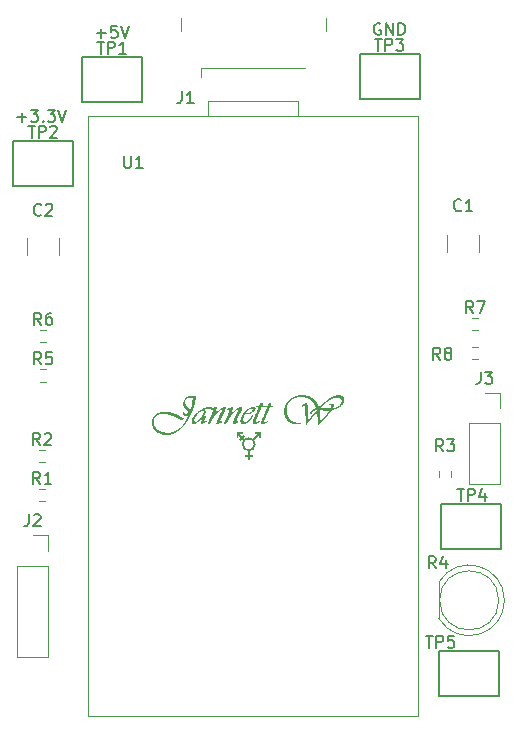
<source format=gto>
%TF.GenerationSoftware,KiCad,Pcbnew,7.0.6*%
%TF.CreationDate,2024-09-24T20:19:06-04:00*%
%TF.ProjectId,ESP32_Temp_Humidity,45535033-325f-4546-956d-705f48756d69,rev?*%
%TF.SameCoordinates,Original*%
%TF.FileFunction,Legend,Top*%
%TF.FilePolarity,Positive*%
%FSLAX46Y46*%
G04 Gerber Fmt 4.6, Leading zero omitted, Abs format (unit mm)*
G04 Created by KiCad (PCBNEW 7.0.6) date 2024-09-24 20:19:06*
%MOMM*%
%LPD*%
G01*
G04 APERTURE LIST*
%ADD10C,0.279400*%
%ADD11C,0.150000*%
%ADD12C,0.200000*%
%ADD13C,0.120000*%
G04 APERTURE END LIST*
D10*
G36*
X126000307Y-77654322D02*
G01*
X125984797Y-77743036D01*
X125977358Y-77782314D01*
X125969852Y-77821204D01*
X125962280Y-77859706D01*
X125954641Y-77897820D01*
X125946935Y-77935547D01*
X125939163Y-77972886D01*
X125931324Y-78009837D01*
X125923419Y-78046400D01*
X125915446Y-78082576D01*
X125907408Y-78118364D01*
X125899302Y-78153764D01*
X125891130Y-78188777D01*
X125882891Y-78223402D01*
X125874586Y-78257639D01*
X125866214Y-78291488D01*
X125857775Y-78324950D01*
X125849270Y-78358024D01*
X125840698Y-78390710D01*
X125832059Y-78423008D01*
X125823354Y-78454919D01*
X125814582Y-78486442D01*
X125805743Y-78517577D01*
X125796838Y-78548324D01*
X125787866Y-78578684D01*
X125778828Y-78608656D01*
X125769723Y-78638240D01*
X125760551Y-78667436D01*
X125751312Y-78696245D01*
X125742007Y-78724666D01*
X125732636Y-78752700D01*
X125723197Y-78780345D01*
X125713692Y-78807603D01*
X125704098Y-78834603D01*
X125694313Y-78861551D01*
X125684338Y-78888449D01*
X125674173Y-78915296D01*
X125663817Y-78942093D01*
X125653271Y-78968838D01*
X125642535Y-78995532D01*
X125631609Y-79022176D01*
X125620492Y-79048768D01*
X125609186Y-79075310D01*
X125597689Y-79101801D01*
X125586001Y-79128241D01*
X125574124Y-79154630D01*
X125562056Y-79180968D01*
X125549798Y-79207255D01*
X125537350Y-79233492D01*
X125524712Y-79259677D01*
X125511883Y-79285812D01*
X125498865Y-79311895D01*
X125485655Y-79337928D01*
X125472256Y-79363910D01*
X125458667Y-79389841D01*
X125444887Y-79415721D01*
X125430917Y-79441550D01*
X125416757Y-79467329D01*
X125402406Y-79493056D01*
X125387866Y-79518733D01*
X125373135Y-79544358D01*
X125358213Y-79569933D01*
X125343102Y-79595457D01*
X125327800Y-79620930D01*
X125312309Y-79646352D01*
X125260662Y-79729596D01*
X125208706Y-79810197D01*
X125156439Y-79888156D01*
X125103862Y-79963472D01*
X125050975Y-80036145D01*
X124997778Y-80106175D01*
X124944270Y-80173563D01*
X124890452Y-80238308D01*
X124836325Y-80300411D01*
X124781886Y-80359870D01*
X124727138Y-80416688D01*
X124672080Y-80470862D01*
X124616711Y-80522394D01*
X124561032Y-80571283D01*
X124505043Y-80617530D01*
X124448744Y-80661134D01*
X124392135Y-80702095D01*
X124335215Y-80740414D01*
X124277985Y-80776089D01*
X124220445Y-80809123D01*
X124162595Y-80839513D01*
X124104435Y-80867261D01*
X124045964Y-80892366D01*
X123987184Y-80914829D01*
X123928093Y-80934649D01*
X123868692Y-80951826D01*
X123808980Y-80966361D01*
X123748959Y-80978253D01*
X123688627Y-80987502D01*
X123627986Y-80994109D01*
X123567034Y-80998073D01*
X123505771Y-80999394D01*
X123470456Y-80998985D01*
X123435233Y-80997756D01*
X123400101Y-80995708D01*
X123365062Y-80992841D01*
X123330115Y-80989156D01*
X123295260Y-80984651D01*
X123260497Y-80979326D01*
X123225826Y-80973183D01*
X123191248Y-80966221D01*
X123156761Y-80958440D01*
X123122366Y-80949839D01*
X123088064Y-80940420D01*
X123053853Y-80930181D01*
X123019735Y-80919123D01*
X122985709Y-80907246D01*
X122951775Y-80894551D01*
X122918328Y-80881244D01*
X122885608Y-80867380D01*
X122853615Y-80852959D01*
X122822349Y-80837980D01*
X122791810Y-80822444D01*
X122761998Y-80806350D01*
X122732913Y-80789700D01*
X122704555Y-80772491D01*
X122676924Y-80754726D01*
X122650020Y-80736403D01*
X122623843Y-80717523D01*
X122598393Y-80698085D01*
X122573670Y-80678090D01*
X122549674Y-80657537D01*
X122526405Y-80636428D01*
X122503863Y-80614761D01*
X122471484Y-80580809D01*
X122441195Y-80545802D01*
X122412994Y-80509738D01*
X122386883Y-80472617D01*
X122362860Y-80434439D01*
X122340927Y-80395205D01*
X122321082Y-80354915D01*
X122303326Y-80313568D01*
X122287659Y-80271164D01*
X122274081Y-80227704D01*
X122262592Y-80183187D01*
X122253192Y-80137613D01*
X122245880Y-80090983D01*
X122240658Y-80043297D01*
X122237525Y-79994553D01*
X122236480Y-79944754D01*
X122237714Y-79895485D01*
X122241414Y-79847248D01*
X122247582Y-79800043D01*
X122256216Y-79753871D01*
X122267317Y-79708732D01*
X122280886Y-79664624D01*
X122296921Y-79621549D01*
X122315423Y-79579507D01*
X122336392Y-79538496D01*
X122359829Y-79498518D01*
X122385732Y-79459573D01*
X122414102Y-79421660D01*
X122444939Y-79384779D01*
X122478243Y-79348930D01*
X122495820Y-79331393D01*
X122514014Y-79314114D01*
X122532825Y-79297093D01*
X122552252Y-79280330D01*
X122572139Y-79263956D01*
X122592327Y-79248102D01*
X122612817Y-79232768D01*
X122633609Y-79217953D01*
X122654702Y-79203658D01*
X122676097Y-79189883D01*
X122697794Y-79176628D01*
X122719793Y-79163893D01*
X122742093Y-79151678D01*
X122764695Y-79139982D01*
X122787598Y-79128806D01*
X122810804Y-79118150D01*
X122834311Y-79108014D01*
X122858120Y-79098397D01*
X122882230Y-79089301D01*
X122906642Y-79080724D01*
X122931356Y-79072667D01*
X122956372Y-79065130D01*
X122981689Y-79058112D01*
X123007308Y-79051615D01*
X123033229Y-79045637D01*
X123059451Y-79040179D01*
X123085976Y-79035241D01*
X123112801Y-79030822D01*
X123139929Y-79026924D01*
X123167358Y-79023545D01*
X123195089Y-79020686D01*
X123223122Y-79018347D01*
X123251456Y-79016527D01*
X123280092Y-79015228D01*
X123309030Y-79014448D01*
X123338270Y-79014188D01*
X123384712Y-79014767D01*
X123431450Y-79016503D01*
X123478481Y-79019396D01*
X123525808Y-79023446D01*
X123573428Y-79028653D01*
X123621343Y-79035017D01*
X123669553Y-79042538D01*
X123718057Y-79051217D01*
X123766855Y-79061053D01*
X123815948Y-79072046D01*
X123865335Y-79084196D01*
X123915016Y-79097503D01*
X123964993Y-79111967D01*
X124015263Y-79127589D01*
X124065828Y-79144368D01*
X124116687Y-79162303D01*
X124167841Y-79181396D01*
X124219289Y-79201646D01*
X124271032Y-79223054D01*
X124323069Y-79245618D01*
X124375401Y-79269340D01*
X124428027Y-79294218D01*
X124480947Y-79320254D01*
X124534162Y-79347447D01*
X124587672Y-79375797D01*
X124641475Y-79405304D01*
X124695573Y-79435969D01*
X124749966Y-79467790D01*
X124804653Y-79500769D01*
X124859635Y-79534905D01*
X124914911Y-79570198D01*
X124970481Y-79606648D01*
X124740942Y-79757400D01*
X124718527Y-79742556D01*
X124695950Y-79727881D01*
X124673210Y-79713374D01*
X124650308Y-79699036D01*
X124627244Y-79684866D01*
X124604018Y-79670864D01*
X124580629Y-79657031D01*
X124557077Y-79643367D01*
X124533364Y-79629871D01*
X124509488Y-79616543D01*
X124485449Y-79603383D01*
X124461249Y-79590392D01*
X124436885Y-79577570D01*
X124412360Y-79564916D01*
X124387672Y-79552430D01*
X124362822Y-79540113D01*
X124337809Y-79527964D01*
X124312634Y-79515984D01*
X124287297Y-79504172D01*
X124261797Y-79492528D01*
X124236135Y-79481053D01*
X124210311Y-79469746D01*
X124184324Y-79458608D01*
X124158175Y-79447638D01*
X124131864Y-79436836D01*
X124105390Y-79426203D01*
X124078754Y-79415739D01*
X124051955Y-79405443D01*
X124024994Y-79395315D01*
X123997871Y-79385355D01*
X123970585Y-79375565D01*
X123943137Y-79365942D01*
X123915722Y-79356515D01*
X123888537Y-79347386D01*
X123861580Y-79338558D01*
X123834852Y-79330028D01*
X123808353Y-79321798D01*
X123782084Y-79313867D01*
X123756043Y-79306235D01*
X123730231Y-79298903D01*
X123704649Y-79291869D01*
X123679295Y-79285135D01*
X123654170Y-79278701D01*
X123629275Y-79272566D01*
X123604608Y-79266730D01*
X123580170Y-79261193D01*
X123531982Y-79251017D01*
X123484710Y-79242039D01*
X123438354Y-79234257D01*
X123392914Y-79227673D01*
X123348389Y-79222286D01*
X123304781Y-79218096D01*
X123262089Y-79215103D01*
X123220313Y-79213307D01*
X123179453Y-79212709D01*
X123135893Y-79213426D01*
X123093308Y-79215578D01*
X123051697Y-79219165D01*
X123011060Y-79224186D01*
X122971397Y-79230642D01*
X122932708Y-79238532D01*
X122894993Y-79247857D01*
X122858253Y-79258617D01*
X122822487Y-79270811D01*
X122787695Y-79284440D01*
X122753877Y-79299504D01*
X122721033Y-79316002D01*
X122689164Y-79333934D01*
X122658269Y-79353302D01*
X122628348Y-79374104D01*
X122599401Y-79396340D01*
X122571905Y-79419680D01*
X122546184Y-79443790D01*
X122522237Y-79468670D01*
X122500063Y-79494321D01*
X122479663Y-79520743D01*
X122461037Y-79547935D01*
X122444185Y-79575898D01*
X122429107Y-79604632D01*
X122415803Y-79634136D01*
X122404273Y-79664411D01*
X122394516Y-79695457D01*
X122386534Y-79727273D01*
X122380325Y-79759859D01*
X122375891Y-79793217D01*
X122373230Y-79827345D01*
X122372343Y-79862243D01*
X122373161Y-79896663D01*
X122375614Y-79931062D01*
X122379704Y-79965438D01*
X122385429Y-79999793D01*
X122392790Y-80034125D01*
X122401787Y-80068436D01*
X122412419Y-80102726D01*
X122424687Y-80136993D01*
X122438591Y-80171238D01*
X122448769Y-80194057D01*
X122459674Y-80216865D01*
X122465399Y-80228266D01*
X122477310Y-80250868D01*
X122489778Y-80273078D01*
X122502804Y-80294896D01*
X122516387Y-80316321D01*
X122530527Y-80337353D01*
X122545224Y-80357992D01*
X122560479Y-80378239D01*
X122576292Y-80398094D01*
X122592661Y-80417556D01*
X122609589Y-80436625D01*
X122627073Y-80455302D01*
X122645115Y-80473586D01*
X122663714Y-80491478D01*
X122682871Y-80508977D01*
X122702584Y-80526083D01*
X122722856Y-80542797D01*
X122749906Y-80563718D01*
X122778711Y-80583909D01*
X122809273Y-80603369D01*
X122841590Y-80622098D01*
X122864110Y-80634179D01*
X122887411Y-80645934D01*
X122911491Y-80657365D01*
X122936353Y-80668472D01*
X122961994Y-80679253D01*
X122988416Y-80689710D01*
X123015618Y-80699842D01*
X123043600Y-80709649D01*
X123072363Y-80719132D01*
X123101906Y-80728290D01*
X123131832Y-80737079D01*
X123161743Y-80745301D01*
X123191640Y-80752957D01*
X123221522Y-80760045D01*
X123251390Y-80766566D01*
X123281243Y-80772520D01*
X123311082Y-80777908D01*
X123340906Y-80782728D01*
X123370716Y-80786981D01*
X123400511Y-80790666D01*
X123430291Y-80793785D01*
X123460057Y-80796337D01*
X123489809Y-80798322D01*
X123519546Y-80799739D01*
X123549268Y-80800590D01*
X123578976Y-80800874D01*
X123627964Y-80800118D01*
X123676520Y-80797852D01*
X123724646Y-80794074D01*
X123772339Y-80788786D01*
X123819602Y-80781987D01*
X123866433Y-80773676D01*
X123912833Y-80763855D01*
X123958801Y-80752523D01*
X124004339Y-80739680D01*
X124049444Y-80725326D01*
X124094119Y-80709461D01*
X124138362Y-80692085D01*
X124182173Y-80673198D01*
X124225554Y-80652800D01*
X124268503Y-80630891D01*
X124311020Y-80607471D01*
X124353107Y-80582540D01*
X124394762Y-80556099D01*
X124435985Y-80528146D01*
X124476777Y-80498682D01*
X124517138Y-80467708D01*
X124557068Y-80435222D01*
X124596566Y-80401226D01*
X124635633Y-80365718D01*
X124674268Y-80328700D01*
X124712472Y-80290170D01*
X124750245Y-80250130D01*
X124787586Y-80208579D01*
X124824496Y-80165516D01*
X124860975Y-80120943D01*
X124897022Y-80074859D01*
X124932638Y-80027264D01*
X124959578Y-79989426D01*
X124986272Y-79950667D01*
X125012718Y-79910987D01*
X125038916Y-79870386D01*
X125064868Y-79828864D01*
X125090572Y-79786422D01*
X125103332Y-79764855D01*
X125116030Y-79743058D01*
X125128666Y-79721031D01*
X125141240Y-79698774D01*
X125153752Y-79676287D01*
X125166203Y-79653569D01*
X125178591Y-79630621D01*
X125190918Y-79607443D01*
X125203184Y-79584035D01*
X125215387Y-79560396D01*
X125227528Y-79536527D01*
X125239608Y-79512428D01*
X125251626Y-79488099D01*
X125263582Y-79463540D01*
X125275477Y-79438750D01*
X125287309Y-79413730D01*
X125299080Y-79388480D01*
X125310789Y-79363000D01*
X125322436Y-79337290D01*
X125334022Y-79311349D01*
X125345504Y-79285356D01*
X125356763Y-79259489D01*
X125367798Y-79233748D01*
X125378611Y-79208134D01*
X125389201Y-79182645D01*
X125399569Y-79157282D01*
X125409713Y-79132045D01*
X125419634Y-79106935D01*
X125429332Y-79081950D01*
X125438807Y-79057091D01*
X125448060Y-79032359D01*
X125457089Y-79007752D01*
X125465896Y-78983271D01*
X125474479Y-78958917D01*
X125482840Y-78934688D01*
X125490977Y-78910585D01*
X125498892Y-78886609D01*
X125506584Y-78862758D01*
X125514052Y-78839034D01*
X125528321Y-78791963D01*
X125541698Y-78745396D01*
X125554183Y-78699333D01*
X125565776Y-78653774D01*
X125576478Y-78608719D01*
X125586287Y-78564168D01*
X125590858Y-78542082D01*
X125669025Y-78148142D01*
X125716174Y-77909918D01*
X125721670Y-77884792D01*
X125724859Y-77865250D01*
X125696094Y-77864284D01*
X125671012Y-77863644D01*
X125645538Y-77863178D01*
X125619671Y-77862888D01*
X125593411Y-77862771D01*
X125588997Y-77862769D01*
X125426458Y-77862769D01*
X125397829Y-77863489D01*
X125369635Y-77865648D01*
X125341878Y-77869247D01*
X125314558Y-77874285D01*
X125287673Y-77880762D01*
X125278808Y-77883241D01*
X125252190Y-77892159D01*
X125226929Y-77902783D01*
X125203025Y-77915113D01*
X125180479Y-77929149D01*
X125159289Y-77944891D01*
X125139456Y-77962339D01*
X125120981Y-77981494D01*
X125103862Y-78002354D01*
X125088450Y-78024426D01*
X125075092Y-78047215D01*
X125063790Y-78070721D01*
X125054542Y-78094945D01*
X125047350Y-78119886D01*
X125042212Y-78145544D01*
X125039130Y-78171920D01*
X125038102Y-78199013D01*
X125038955Y-78225350D01*
X125041514Y-78251319D01*
X125045779Y-78276919D01*
X125051750Y-78302151D01*
X125059428Y-78327014D01*
X125068811Y-78351510D01*
X125079900Y-78375636D01*
X125092695Y-78399395D01*
X125107749Y-78423677D01*
X125125614Y-78449374D01*
X125140857Y-78469576D01*
X125157682Y-78490573D01*
X125176088Y-78512367D01*
X125196075Y-78534957D01*
X125217644Y-78558343D01*
X125240793Y-78582525D01*
X125265524Y-78607503D01*
X125291836Y-78633277D01*
X125309941Y-78651190D01*
X125334908Y-78677770D01*
X125357247Y-78704000D01*
X125376958Y-78729881D01*
X125394041Y-78755414D01*
X125408496Y-78780597D01*
X125420322Y-78805432D01*
X125429520Y-78829917D01*
X125436091Y-78854054D01*
X125440763Y-78885693D01*
X125441347Y-78901280D01*
X125440344Y-78931463D01*
X125437334Y-78961527D01*
X125432318Y-78991470D01*
X125425295Y-79021294D01*
X125416265Y-79050997D01*
X125405229Y-79080581D01*
X125392187Y-79110044D01*
X125377138Y-79139388D01*
X125360083Y-79168612D01*
X125341020Y-79197716D01*
X125327198Y-79217052D01*
X125305729Y-79244658D01*
X125284130Y-79269549D01*
X125262400Y-79291724D01*
X125240539Y-79311184D01*
X125218547Y-79327929D01*
X125196424Y-79341958D01*
X125174171Y-79353272D01*
X125144296Y-79364134D01*
X125114188Y-79370168D01*
X125091454Y-79371525D01*
X125061717Y-79369814D01*
X125033767Y-79364679D01*
X125007604Y-79356122D01*
X124983228Y-79344142D01*
X124960639Y-79328738D01*
X124939838Y-79309912D01*
X124932018Y-79301423D01*
X124914503Y-79278337D01*
X124899957Y-79253283D01*
X124888379Y-79226260D01*
X124879770Y-79197267D01*
X124875021Y-79172656D01*
X124872171Y-79146784D01*
X124871221Y-79119652D01*
X124873129Y-79092408D01*
X124875708Y-79066061D01*
X124878354Y-79040907D01*
X124879906Y-79026596D01*
X124896981Y-79049133D01*
X124913775Y-79070216D01*
X124930287Y-79089845D01*
X124954529Y-79116563D01*
X124978139Y-79140009D01*
X125001116Y-79160183D01*
X125023460Y-79177086D01*
X125045172Y-79190717D01*
X125073138Y-79203803D01*
X125099979Y-79211073D01*
X125119371Y-79212709D01*
X125145204Y-79211384D01*
X125175694Y-79205495D01*
X125201668Y-79194896D01*
X125223124Y-79179585D01*
X125240063Y-79159563D01*
X125252485Y-79134830D01*
X125260390Y-79105387D01*
X125263355Y-79080212D01*
X125263919Y-79061957D01*
X125259890Y-79031290D01*
X125250866Y-79004749D01*
X125236684Y-78976425D01*
X125222664Y-78954012D01*
X125205743Y-78930595D01*
X125185921Y-78906175D01*
X125163199Y-78880752D01*
X125137576Y-78854325D01*
X125118882Y-78836150D01*
X125098899Y-78817529D01*
X125072606Y-78792401D01*
X125048009Y-78766803D01*
X125025108Y-78740735D01*
X125003904Y-78714197D01*
X124984396Y-78687189D01*
X124966584Y-78659711D01*
X124950469Y-78631762D01*
X124936050Y-78603344D01*
X124923328Y-78574455D01*
X124912301Y-78545096D01*
X124902971Y-78515267D01*
X124895338Y-78484968D01*
X124889401Y-78454199D01*
X124885160Y-78422960D01*
X124882615Y-78391250D01*
X124881767Y-78359070D01*
X124882577Y-78324009D01*
X124885005Y-78289549D01*
X124889052Y-78255690D01*
X124894717Y-78222432D01*
X124902002Y-78189775D01*
X124910905Y-78157719D01*
X124921428Y-78126264D01*
X124933569Y-78095410D01*
X124947328Y-78065157D01*
X124962707Y-78035505D01*
X124979704Y-78006454D01*
X124998320Y-77978004D01*
X125018555Y-77950155D01*
X125040409Y-77922907D01*
X125063882Y-77896260D01*
X125088973Y-77870213D01*
X125115247Y-77845272D01*
X125142112Y-77821940D01*
X125169569Y-77800218D01*
X125197616Y-77780104D01*
X125226256Y-77761599D01*
X125255486Y-77744703D01*
X125285308Y-77729417D01*
X125315721Y-77715740D01*
X125346725Y-77703671D01*
X125378321Y-77693212D01*
X125410508Y-77684362D01*
X125443286Y-77677121D01*
X125476655Y-77671489D01*
X125510616Y-77667467D01*
X125545168Y-77665053D01*
X125580311Y-77664248D01*
X125740369Y-77664248D01*
X125888639Y-77664248D01*
X125915392Y-77663628D01*
X125942922Y-77661767D01*
X125967646Y-77659121D01*
X125992964Y-77655524D01*
X126000307Y-77654322D01*
G37*
G36*
X126836575Y-79777252D02*
G01*
X126888686Y-79852317D01*
X126862914Y-79870827D01*
X126836003Y-79888823D01*
X126807952Y-79906305D01*
X126778763Y-79923273D01*
X126748435Y-79939728D01*
X126716968Y-79955668D01*
X126684362Y-79971095D01*
X126650617Y-79986009D01*
X126615732Y-80000408D01*
X126579709Y-80014294D01*
X126542547Y-80027666D01*
X126504246Y-80040524D01*
X126464806Y-80052869D01*
X126424227Y-80064700D01*
X126382510Y-80076017D01*
X126339653Y-80086820D01*
X126341710Y-80060461D01*
X126345401Y-80032411D01*
X126350725Y-80002669D01*
X126357682Y-79971236D01*
X126366273Y-79938111D01*
X126376497Y-79903295D01*
X126388355Y-79866787D01*
X126401845Y-79828588D01*
X126416970Y-79788697D01*
X126433727Y-79747115D01*
X126452118Y-79703841D01*
X126472142Y-79658876D01*
X126482766Y-79635759D01*
X126493799Y-79612219D01*
X126505241Y-79588257D01*
X126517090Y-79563871D01*
X126529348Y-79539063D01*
X126542014Y-79513832D01*
X126555089Y-79488177D01*
X126568572Y-79462100D01*
X126542009Y-79496211D01*
X126515210Y-79529528D01*
X126488172Y-79562049D01*
X126460898Y-79593775D01*
X126433385Y-79624707D01*
X126405636Y-79654844D01*
X126377648Y-79684186D01*
X126349424Y-79712733D01*
X126320961Y-79740485D01*
X126292262Y-79767442D01*
X126263325Y-79793605D01*
X126234150Y-79818972D01*
X126204738Y-79843545D01*
X126175088Y-79867323D01*
X126145201Y-79890306D01*
X126115076Y-79912494D01*
X126085209Y-79933529D01*
X126056092Y-79953206D01*
X126027727Y-79971527D01*
X126000113Y-79988490D01*
X125973250Y-80004097D01*
X125947138Y-80018346D01*
X125921778Y-80031238D01*
X125897169Y-80042773D01*
X125873311Y-80052951D01*
X125838933Y-80065674D01*
X125806245Y-80075343D01*
X125775247Y-80081959D01*
X125745940Y-80085521D01*
X125727341Y-80086200D01*
X125701952Y-80084684D01*
X125671985Y-80077947D01*
X125646457Y-80065820D01*
X125625369Y-80048304D01*
X125608721Y-80025399D01*
X125596512Y-79997104D01*
X125590269Y-79972346D01*
X125586523Y-79944556D01*
X125585274Y-79913735D01*
X125586207Y-79880314D01*
X125589006Y-79846589D01*
X125593671Y-79812558D01*
X125600202Y-79778221D01*
X125608599Y-79743579D01*
X125618862Y-79708632D01*
X125630991Y-79673380D01*
X125644986Y-79637822D01*
X125660847Y-79601959D01*
X125678573Y-79565791D01*
X125698166Y-79529317D01*
X125719625Y-79492538D01*
X125742950Y-79455453D01*
X125768140Y-79418063D01*
X125795197Y-79380368D01*
X125824120Y-79342368D01*
X125854448Y-79304568D01*
X125885721Y-79267632D01*
X125917939Y-79231558D01*
X125951103Y-79196346D01*
X125985212Y-79161998D01*
X126020265Y-79128512D01*
X126056264Y-79095889D01*
X126093208Y-79064129D01*
X126131097Y-79033231D01*
X126169931Y-79003196D01*
X126209710Y-78974024D01*
X126250435Y-78945714D01*
X126271151Y-78931883D01*
X126292104Y-78918267D01*
X126313293Y-78904868D01*
X126334719Y-78891683D01*
X126356380Y-78878715D01*
X126378278Y-78865962D01*
X126400413Y-78853425D01*
X126422783Y-78841103D01*
X126448138Y-78827325D01*
X126473487Y-78813984D01*
X126498830Y-78801080D01*
X126524166Y-78788614D01*
X126549497Y-78776585D01*
X126574822Y-78764993D01*
X126600140Y-78753839D01*
X126625453Y-78743122D01*
X126650759Y-78732843D01*
X126676059Y-78723001D01*
X126701354Y-78713597D01*
X126726642Y-78704630D01*
X126751924Y-78696100D01*
X126777200Y-78688008D01*
X126802470Y-78680354D01*
X126827734Y-78673136D01*
X126852992Y-78666356D01*
X126878244Y-78660014D01*
X126903490Y-78654109D01*
X126928730Y-78648641D01*
X126953963Y-78643611D01*
X126979191Y-78639018D01*
X127004413Y-78634862D01*
X127029628Y-78631144D01*
X127054838Y-78627864D01*
X127080041Y-78625021D01*
X127105238Y-78622615D01*
X127130430Y-78620646D01*
X127155615Y-78619116D01*
X127180794Y-78618022D01*
X127205967Y-78617366D01*
X127231134Y-78617147D01*
X127256856Y-78619263D01*
X127282873Y-78628665D01*
X127300833Y-78648234D01*
X127306746Y-78673621D01*
X127306820Y-78677324D01*
X127302011Y-78704652D01*
X127293461Y-78729195D01*
X127283071Y-78753514D01*
X127269713Y-78781346D01*
X127256888Y-78806142D01*
X127246023Y-78826214D01*
X127213754Y-78823742D01*
X127182086Y-78821600D01*
X127151018Y-78819787D01*
X127120552Y-78818304D01*
X127090687Y-78817151D01*
X127061422Y-78816327D01*
X127032759Y-78815833D01*
X127004697Y-78815668D01*
X126972114Y-78816051D01*
X126939816Y-78817199D01*
X126907803Y-78819114D01*
X126876075Y-78821794D01*
X126844632Y-78825240D01*
X126813473Y-78829452D01*
X126782599Y-78834429D01*
X126752009Y-78840173D01*
X126721705Y-78846682D01*
X126691685Y-78853957D01*
X126661950Y-78861997D01*
X126632500Y-78870804D01*
X126603334Y-78880376D01*
X126574453Y-78890714D01*
X126545857Y-78901818D01*
X126517546Y-78913687D01*
X126489519Y-78926323D01*
X126461777Y-78939724D01*
X126434320Y-78953891D01*
X126407148Y-78968823D01*
X126380260Y-78984522D01*
X126353657Y-79000986D01*
X126327339Y-79018216D01*
X126301306Y-79036212D01*
X126275557Y-79054973D01*
X126250093Y-79074501D01*
X126224914Y-79094794D01*
X126200019Y-79115853D01*
X126175410Y-79137677D01*
X126151085Y-79160268D01*
X126127045Y-79183624D01*
X126103289Y-79207746D01*
X126069709Y-79243541D01*
X126038295Y-79279273D01*
X126009048Y-79314943D01*
X125981967Y-79350549D01*
X125957052Y-79386092D01*
X125934304Y-79421572D01*
X125913723Y-79456990D01*
X125895308Y-79492344D01*
X125879059Y-79527635D01*
X125864977Y-79562863D01*
X125853062Y-79598028D01*
X125843312Y-79633131D01*
X125835730Y-79668170D01*
X125830314Y-79703146D01*
X125827064Y-79738059D01*
X125825981Y-79772909D01*
X125827280Y-79799808D01*
X125832556Y-79828389D01*
X125844247Y-79855288D01*
X125861782Y-79874117D01*
X125885162Y-79884877D01*
X125909111Y-79887679D01*
X125935895Y-79884195D01*
X125960158Y-79876392D01*
X125986941Y-79864130D01*
X126008682Y-79852007D01*
X126031840Y-79837376D01*
X126056417Y-79820237D01*
X126082411Y-79800590D01*
X126109822Y-79778434D01*
X126128884Y-79762271D01*
X126148577Y-79744992D01*
X126168530Y-79726890D01*
X126188223Y-79708409D01*
X126207653Y-79689551D01*
X126226822Y-79670314D01*
X126245729Y-79650700D01*
X126264374Y-79630707D01*
X126282757Y-79610337D01*
X126300879Y-79589588D01*
X126318739Y-79568461D01*
X126336338Y-79546956D01*
X126353674Y-79525074D01*
X126370749Y-79502813D01*
X126387562Y-79480174D01*
X126404114Y-79457157D01*
X126420403Y-79433762D01*
X126436431Y-79409989D01*
X126458038Y-79376772D01*
X126478811Y-79343192D01*
X126498750Y-79309248D01*
X126517856Y-79274940D01*
X126536128Y-79240270D01*
X126553566Y-79205235D01*
X126570171Y-79169837D01*
X126585942Y-79134076D01*
X126600880Y-79097951D01*
X126614984Y-79061463D01*
X126628254Y-79024611D01*
X126640691Y-78987396D01*
X126652294Y-78949817D01*
X126663063Y-78911875D01*
X126672999Y-78873569D01*
X126682101Y-78834899D01*
X126707546Y-78852086D01*
X126729598Y-78871385D01*
X126748258Y-78892798D01*
X126763525Y-78916324D01*
X126775400Y-78941963D01*
X126783881Y-78969715D01*
X126788970Y-78999580D01*
X126790667Y-79031559D01*
X126789374Y-79064243D01*
X126785498Y-79097156D01*
X126779036Y-79130299D01*
X126769991Y-79163670D01*
X126758360Y-79197270D01*
X126744146Y-79231100D01*
X126733233Y-79253780D01*
X126721172Y-79276562D01*
X126707963Y-79299445D01*
X126693604Y-79322431D01*
X126678097Y-79345518D01*
X126661442Y-79368707D01*
X126643637Y-79391998D01*
X126669771Y-79387151D01*
X126694374Y-79380775D01*
X126718636Y-79373820D01*
X126746970Y-79365217D01*
X126770892Y-79357683D01*
X126797104Y-79349223D01*
X126825606Y-79339835D01*
X126845880Y-79333062D01*
X126811139Y-79405026D01*
X126791306Y-79448748D01*
X126772753Y-79490114D01*
X126755480Y-79529125D01*
X126739486Y-79565781D01*
X126724771Y-79600081D01*
X126711336Y-79632025D01*
X126699180Y-79661615D01*
X126688304Y-79688848D01*
X126678708Y-79713726D01*
X126666712Y-79746627D01*
X126657596Y-79774228D01*
X126649919Y-79802784D01*
X126647360Y-79821919D01*
X126657538Y-79845183D01*
X126673415Y-79847975D01*
X126698502Y-79842624D01*
X126724187Y-79833217D01*
X126750090Y-79821845D01*
X126773756Y-79810436D01*
X126800040Y-79796972D01*
X126828940Y-79781453D01*
X126836575Y-79777252D01*
G37*
G36*
X128177829Y-79788419D02*
G01*
X128226219Y-79868447D01*
X128197335Y-79888234D01*
X128167758Y-79907269D01*
X128137488Y-79925553D01*
X128106525Y-79943086D01*
X128074868Y-79959868D01*
X128042519Y-79975898D01*
X128009477Y-79991178D01*
X127975741Y-80005706D01*
X127941313Y-80019482D01*
X127906191Y-80032508D01*
X127870377Y-80044782D01*
X127833869Y-80056305D01*
X127796668Y-80067077D01*
X127758774Y-80077097D01*
X127720187Y-80086367D01*
X127680907Y-80094885D01*
X127686975Y-80054131D01*
X127695099Y-80011279D01*
X127705277Y-79966329D01*
X127717510Y-79919279D01*
X127724397Y-79894968D01*
X127731798Y-79870131D01*
X127739712Y-79844771D01*
X127748141Y-79818885D01*
X127757083Y-79792475D01*
X127766539Y-79765540D01*
X127776508Y-79738080D01*
X127786992Y-79710096D01*
X127797989Y-79681587D01*
X127809500Y-79652554D01*
X127821525Y-79622996D01*
X127834063Y-79592913D01*
X127847115Y-79562305D01*
X127860681Y-79531173D01*
X127874761Y-79499516D01*
X127889354Y-79467335D01*
X127904461Y-79434629D01*
X127920082Y-79401398D01*
X127936217Y-79367643D01*
X127952865Y-79333363D01*
X127970027Y-79298558D01*
X127987703Y-79263228D01*
X128005893Y-79227374D01*
X128024596Y-79190996D01*
X128138125Y-78975725D01*
X128151066Y-78950309D01*
X128162281Y-78927413D01*
X128173874Y-78902338D01*
X128184226Y-78877445D01*
X128191991Y-78853076D01*
X128193339Y-78842964D01*
X128185323Y-78818893D01*
X128174727Y-78815668D01*
X128149291Y-78821367D01*
X128125233Y-78832418D01*
X128102453Y-78845446D01*
X128076533Y-78862196D01*
X128055032Y-78877201D01*
X128031764Y-78894301D01*
X128006730Y-78913493D01*
X127979929Y-78934780D01*
X127952299Y-78957346D01*
X127924778Y-78980610D01*
X127897367Y-79004572D01*
X127870064Y-79029232D01*
X127842871Y-79054590D01*
X127824802Y-79071883D01*
X127806782Y-79089487D01*
X127788811Y-79107400D01*
X127770887Y-79125624D01*
X127753013Y-79144157D01*
X127735187Y-79163001D01*
X127717409Y-79182155D01*
X127699680Y-79201620D01*
X127690833Y-79211468D01*
X127672467Y-79232116D01*
X127654282Y-79253038D01*
X127636277Y-79274234D01*
X127618453Y-79295704D01*
X127600809Y-79317447D01*
X127583346Y-79339465D01*
X127566063Y-79361756D01*
X127548961Y-79384321D01*
X127532039Y-79407159D01*
X127515298Y-79430272D01*
X127498738Y-79453659D01*
X127482358Y-79477319D01*
X127466158Y-79501253D01*
X127450139Y-79525461D01*
X127434301Y-79549943D01*
X127418643Y-79574699D01*
X127403166Y-79599728D01*
X127387869Y-79625032D01*
X127372753Y-79650609D01*
X127357817Y-79676460D01*
X127343062Y-79702585D01*
X127328487Y-79728984D01*
X127314093Y-79755656D01*
X127299880Y-79782603D01*
X127285847Y-79809823D01*
X127271994Y-79837317D01*
X127258322Y-79865085D01*
X127244831Y-79893127D01*
X127231520Y-79921442D01*
X127218390Y-79950032D01*
X127205440Y-79978895D01*
X127192671Y-80008032D01*
X127168496Y-80014139D01*
X127140947Y-80022223D01*
X127110025Y-80032285D01*
X127084620Y-80041129D01*
X127057317Y-80051085D01*
X127028117Y-80062154D01*
X126997019Y-80074335D01*
X126964024Y-80087628D01*
X126940974Y-80097108D01*
X126917079Y-80107083D01*
X126904816Y-80112255D01*
X126916310Y-80088883D01*
X126927760Y-80065451D01*
X126939167Y-80041958D01*
X126950530Y-80018404D01*
X126961849Y-79994790D01*
X126973125Y-79971115D01*
X126984357Y-79947379D01*
X126995546Y-79923583D01*
X127006691Y-79899727D01*
X127017792Y-79875809D01*
X127028850Y-79851832D01*
X127039864Y-79827793D01*
X127050835Y-79803694D01*
X127061762Y-79779535D01*
X127072645Y-79755314D01*
X127083484Y-79731034D01*
X127094281Y-79706692D01*
X127105033Y-79682291D01*
X127115742Y-79657828D01*
X127126407Y-79633305D01*
X127137028Y-79608721D01*
X127147606Y-79584077D01*
X127158141Y-79559372D01*
X127168631Y-79534607D01*
X127179078Y-79509781D01*
X127189482Y-79484894D01*
X127199842Y-79459947D01*
X127210158Y-79434940D01*
X127220430Y-79409871D01*
X127230659Y-79384742D01*
X127240845Y-79359553D01*
X127250986Y-79334303D01*
X127260986Y-79309310D01*
X127270669Y-79284971D01*
X127280034Y-79261284D01*
X127297811Y-79215871D01*
X127314319Y-79173070D01*
X127329557Y-79132881D01*
X127343525Y-79095304D01*
X127356224Y-79060340D01*
X127367652Y-79027989D01*
X127377811Y-78998249D01*
X127386700Y-78971122D01*
X127394319Y-78946608D01*
X127403366Y-78914734D01*
X127409557Y-78888738D01*
X127413366Y-78863220D01*
X127413525Y-78858474D01*
X127409250Y-78832389D01*
X127390251Y-78816337D01*
X127383127Y-78815668D01*
X127357361Y-78820291D01*
X127330685Y-78828511D01*
X127305691Y-78837374D01*
X127281597Y-78846525D01*
X127276422Y-78848548D01*
X127252511Y-78856922D01*
X127235477Y-78862816D01*
X127216866Y-78767278D01*
X127249181Y-78758004D01*
X127280987Y-78748638D01*
X127312285Y-78739180D01*
X127343073Y-78729629D01*
X127373353Y-78719987D01*
X127403124Y-78710252D01*
X127432386Y-78700425D01*
X127461139Y-78690507D01*
X127489383Y-78680496D01*
X127517118Y-78670393D01*
X127544345Y-78660198D01*
X127571062Y-78649911D01*
X127597270Y-78639532D01*
X127622970Y-78629060D01*
X127648161Y-78618497D01*
X127672842Y-78607842D01*
X127719991Y-78586128D01*
X127723290Y-78611205D01*
X127726149Y-78636163D01*
X127726815Y-78646305D01*
X127724792Y-78678898D01*
X127721196Y-78704014D01*
X127715802Y-78731839D01*
X127708609Y-78762373D01*
X127699619Y-78795616D01*
X127688830Y-78831569D01*
X127676243Y-78870231D01*
X127661858Y-78911603D01*
X127645675Y-78955683D01*
X127627694Y-79002473D01*
X127618029Y-79026884D01*
X127607914Y-79051973D01*
X127597350Y-79077738D01*
X127586337Y-79104181D01*
X127574874Y-79131301D01*
X127562961Y-79159099D01*
X127550599Y-79187574D01*
X127537788Y-79216726D01*
X127524526Y-79246556D01*
X127510816Y-79277063D01*
X127496655Y-79308247D01*
X127454470Y-79351673D01*
X127469359Y-79305765D01*
X127487270Y-79285967D01*
X127505098Y-79266430D01*
X127522845Y-79247154D01*
X127540508Y-79228141D01*
X127558090Y-79209389D01*
X127575589Y-79190899D01*
X127593005Y-79172670D01*
X127610340Y-79154704D01*
X127644761Y-79119555D01*
X127678852Y-79085454D01*
X127712614Y-79052400D01*
X127746047Y-79020392D01*
X127779150Y-78989431D01*
X127811923Y-78959518D01*
X127844367Y-78930651D01*
X127876481Y-78902831D01*
X127908266Y-78876058D01*
X127939721Y-78850331D01*
X127970846Y-78825652D01*
X128001642Y-78802019D01*
X128031873Y-78779633D01*
X128061305Y-78758690D01*
X128089937Y-78739192D01*
X128117769Y-78721138D01*
X128144801Y-78704528D01*
X128171034Y-78689363D01*
X128196467Y-78675642D01*
X128221101Y-78663365D01*
X128244934Y-78652533D01*
X128267968Y-78643145D01*
X128301019Y-78631771D01*
X128332272Y-78623647D01*
X128361724Y-78618772D01*
X128389378Y-78617147D01*
X128419760Y-78619692D01*
X128444994Y-78627325D01*
X128468476Y-78643203D01*
X128484543Y-78666409D01*
X128492267Y-78691345D01*
X128494842Y-78721370D01*
X128491236Y-78749985D01*
X128483799Y-78778469D01*
X128472305Y-78812973D01*
X128462388Y-78839320D01*
X128450669Y-78868342D01*
X128437147Y-78900039D01*
X128421821Y-78934412D01*
X128404693Y-78971460D01*
X128385762Y-79011183D01*
X128365028Y-79053582D01*
X128342491Y-79098657D01*
X128330546Y-79122197D01*
X128318151Y-79146406D01*
X128305305Y-79171284D01*
X128292008Y-79196831D01*
X128278260Y-79223047D01*
X128264062Y-79249932D01*
X128247344Y-79281325D01*
X128231157Y-79311841D01*
X128215501Y-79341478D01*
X128200376Y-79370236D01*
X128185781Y-79398116D01*
X128171718Y-79425118D01*
X128158184Y-79451241D01*
X128145182Y-79476485D01*
X128132710Y-79500852D01*
X128120769Y-79524339D01*
X128109359Y-79546948D01*
X128088130Y-79589532D01*
X128069025Y-79628601D01*
X128052042Y-79664156D01*
X128037182Y-79696198D01*
X128024445Y-79724725D01*
X128013830Y-79749739D01*
X128001889Y-79780671D01*
X127993398Y-79809616D01*
X127992337Y-79818817D01*
X128000973Y-79842394D01*
X128019633Y-79847975D01*
X128045883Y-79845261D01*
X128072732Y-79838433D01*
X128098628Y-79829273D01*
X128122240Y-79819307D01*
X128147700Y-79807220D01*
X128153014Y-79804548D01*
X128177829Y-79788419D01*
G37*
G36*
X129560029Y-79788419D02*
G01*
X129608418Y-79868447D01*
X129579534Y-79888234D01*
X129549957Y-79907269D01*
X129519687Y-79925553D01*
X129488724Y-79943086D01*
X129457068Y-79959868D01*
X129424719Y-79975898D01*
X129391676Y-79991178D01*
X129357941Y-80005706D01*
X129323513Y-80019482D01*
X129288391Y-80032508D01*
X129252576Y-80044782D01*
X129216069Y-80056305D01*
X129178868Y-80067077D01*
X129140974Y-80077097D01*
X129102387Y-80086367D01*
X129063107Y-80094885D01*
X129069175Y-80054131D01*
X129077298Y-80011279D01*
X129087476Y-79966329D01*
X129099709Y-79919279D01*
X129106596Y-79894968D01*
X129113997Y-79870131D01*
X129121912Y-79844771D01*
X129130340Y-79818885D01*
X129139282Y-79792475D01*
X129148738Y-79765540D01*
X129158708Y-79738080D01*
X129169191Y-79710096D01*
X129180189Y-79681587D01*
X129191699Y-79652554D01*
X129203724Y-79622996D01*
X129216262Y-79592913D01*
X129229315Y-79562305D01*
X129242881Y-79531173D01*
X129256960Y-79499516D01*
X129271554Y-79467335D01*
X129286661Y-79434629D01*
X129302282Y-79401398D01*
X129318416Y-79367643D01*
X129335065Y-79333363D01*
X129352227Y-79298558D01*
X129369903Y-79263228D01*
X129388092Y-79227374D01*
X129406796Y-79190996D01*
X129520325Y-78975725D01*
X129533265Y-78950309D01*
X129544481Y-78927413D01*
X129556073Y-78902338D01*
X129566426Y-78877445D01*
X129574190Y-78853076D01*
X129575538Y-78842964D01*
X129567523Y-78818893D01*
X129556927Y-78815668D01*
X129531490Y-78821367D01*
X129507432Y-78832418D01*
X129484653Y-78845446D01*
X129458733Y-78862196D01*
X129437232Y-78877201D01*
X129413964Y-78894301D01*
X129388930Y-78913493D01*
X129362129Y-78934780D01*
X129334499Y-78957346D01*
X129306978Y-78980610D01*
X129279566Y-79004572D01*
X129252264Y-79029232D01*
X129225070Y-79054590D01*
X129207002Y-79071883D01*
X129188982Y-79089487D01*
X129171010Y-79107400D01*
X129153087Y-79125624D01*
X129135212Y-79144157D01*
X129117386Y-79163001D01*
X129099609Y-79182155D01*
X129081879Y-79201620D01*
X129073033Y-79211468D01*
X129054667Y-79232116D01*
X129036482Y-79253038D01*
X129018477Y-79274234D01*
X129000652Y-79295704D01*
X128983009Y-79317447D01*
X128965545Y-79339465D01*
X128948263Y-79361756D01*
X128931161Y-79384321D01*
X128914239Y-79407159D01*
X128897498Y-79430272D01*
X128880937Y-79453659D01*
X128864557Y-79477319D01*
X128848358Y-79501253D01*
X128832339Y-79525461D01*
X128816501Y-79549943D01*
X128800843Y-79574699D01*
X128785365Y-79599728D01*
X128770069Y-79625032D01*
X128754952Y-79650609D01*
X128740017Y-79676460D01*
X128725261Y-79702585D01*
X128710687Y-79728984D01*
X128696293Y-79755656D01*
X128682079Y-79782603D01*
X128668046Y-79809823D01*
X128654194Y-79837317D01*
X128640522Y-79865085D01*
X128627031Y-79893127D01*
X128613720Y-79921442D01*
X128600589Y-79950032D01*
X128587640Y-79978895D01*
X128574870Y-80008032D01*
X128550695Y-80014139D01*
X128523146Y-80022223D01*
X128492225Y-80032285D01*
X128466819Y-80041129D01*
X128439517Y-80051085D01*
X128410317Y-80062154D01*
X128379219Y-80074335D01*
X128346224Y-80087628D01*
X128323173Y-80097108D01*
X128299279Y-80107083D01*
X128287016Y-80112255D01*
X128298509Y-80088883D01*
X128309960Y-80065451D01*
X128321366Y-80041958D01*
X128332730Y-80018404D01*
X128344049Y-79994790D01*
X128355325Y-79971115D01*
X128366557Y-79947379D01*
X128377746Y-79923583D01*
X128388891Y-79899727D01*
X128399992Y-79875809D01*
X128411050Y-79851832D01*
X128422064Y-79827793D01*
X128433034Y-79803694D01*
X128443961Y-79779535D01*
X128454844Y-79755314D01*
X128465684Y-79731034D01*
X128476480Y-79706692D01*
X128487232Y-79682291D01*
X128497941Y-79657828D01*
X128508606Y-79633305D01*
X128519228Y-79608721D01*
X128529806Y-79584077D01*
X128540340Y-79559372D01*
X128550831Y-79534607D01*
X128561278Y-79509781D01*
X128571681Y-79484894D01*
X128582041Y-79459947D01*
X128592357Y-79434940D01*
X128602630Y-79409871D01*
X128612859Y-79384742D01*
X128623044Y-79359553D01*
X128633186Y-79334303D01*
X128643186Y-79309310D01*
X128652868Y-79284971D01*
X128662233Y-79261284D01*
X128680011Y-79215871D01*
X128696519Y-79173070D01*
X128711757Y-79132881D01*
X128725725Y-79095304D01*
X128738423Y-79060340D01*
X128749852Y-79027989D01*
X128760010Y-78998249D01*
X128768899Y-78971122D01*
X128776518Y-78946608D01*
X128785566Y-78914734D01*
X128791756Y-78888738D01*
X128795566Y-78863220D01*
X128795725Y-78858474D01*
X128791450Y-78832389D01*
X128772451Y-78816337D01*
X128765326Y-78815668D01*
X128739561Y-78820291D01*
X128712885Y-78828511D01*
X128687890Y-78837374D01*
X128663796Y-78846525D01*
X128658621Y-78848548D01*
X128634710Y-78856922D01*
X128617676Y-78862816D01*
X128599065Y-78767278D01*
X128631380Y-78758004D01*
X128663187Y-78748638D01*
X128694484Y-78739180D01*
X128725273Y-78729629D01*
X128755553Y-78719987D01*
X128785324Y-78710252D01*
X128814585Y-78700425D01*
X128843338Y-78690507D01*
X128871583Y-78680496D01*
X128899318Y-78670393D01*
X128926544Y-78660198D01*
X128953261Y-78649911D01*
X128979470Y-78639532D01*
X129005170Y-78629060D01*
X129030360Y-78618497D01*
X129055042Y-78607842D01*
X129102191Y-78586128D01*
X129105489Y-78611205D01*
X129108348Y-78636163D01*
X129109015Y-78646305D01*
X129106992Y-78678898D01*
X129103396Y-78704014D01*
X129098001Y-78731839D01*
X129090809Y-78762373D01*
X129081818Y-78795616D01*
X129071029Y-78831569D01*
X129058443Y-78870231D01*
X129044058Y-78911603D01*
X129027875Y-78955683D01*
X129009893Y-79002473D01*
X129000228Y-79026884D01*
X128990114Y-79051973D01*
X128979550Y-79077738D01*
X128968536Y-79104181D01*
X128957073Y-79131301D01*
X128945161Y-79159099D01*
X128932799Y-79187574D01*
X128919987Y-79216726D01*
X128906726Y-79246556D01*
X128893015Y-79277063D01*
X128878855Y-79308247D01*
X128836669Y-79351673D01*
X128851558Y-79305765D01*
X128869469Y-79285967D01*
X128887298Y-79266430D01*
X128905044Y-79247154D01*
X128922708Y-79228141D01*
X128940289Y-79209389D01*
X128957788Y-79190899D01*
X128975205Y-79172670D01*
X128992539Y-79154704D01*
X129026960Y-79119555D01*
X129061052Y-79085454D01*
X129094814Y-79052400D01*
X129128247Y-79020392D01*
X129161349Y-78989431D01*
X129194123Y-78959518D01*
X129226567Y-78930651D01*
X129258681Y-78902831D01*
X129290465Y-78876058D01*
X129321920Y-78850331D01*
X129353046Y-78825652D01*
X129383842Y-78802019D01*
X129414073Y-78779633D01*
X129443505Y-78758690D01*
X129472136Y-78739192D01*
X129499969Y-78721138D01*
X129527001Y-78704528D01*
X129553234Y-78689363D01*
X129578667Y-78675642D01*
X129603300Y-78663365D01*
X129627134Y-78652533D01*
X129650168Y-78643145D01*
X129683219Y-78631771D01*
X129714471Y-78623647D01*
X129743924Y-78618772D01*
X129771577Y-78617147D01*
X129801960Y-78619692D01*
X129827193Y-78627325D01*
X129850675Y-78643203D01*
X129866742Y-78666409D01*
X129874467Y-78691345D01*
X129877041Y-78721370D01*
X129873435Y-78749985D01*
X129865998Y-78778469D01*
X129854504Y-78812973D01*
X129844588Y-78839320D01*
X129832869Y-78868342D01*
X129819346Y-78900039D01*
X129804021Y-78934412D01*
X129786893Y-78971460D01*
X129767962Y-79011183D01*
X129747228Y-79053582D01*
X129724690Y-79098657D01*
X129712746Y-79122197D01*
X129700350Y-79146406D01*
X129687504Y-79171284D01*
X129674207Y-79196831D01*
X129660460Y-79223047D01*
X129646261Y-79249932D01*
X129629544Y-79281325D01*
X129613357Y-79311841D01*
X129597701Y-79341478D01*
X129582576Y-79370236D01*
X129567981Y-79398116D01*
X129553917Y-79425118D01*
X129540384Y-79451241D01*
X129527381Y-79476485D01*
X129514910Y-79500852D01*
X129502969Y-79524339D01*
X129491558Y-79546948D01*
X129470330Y-79589532D01*
X129451224Y-79628601D01*
X129434241Y-79664156D01*
X129419381Y-79696198D01*
X129406644Y-79724725D01*
X129396030Y-79749739D01*
X129384089Y-79780671D01*
X129375598Y-79809616D01*
X129374536Y-79818817D01*
X129383173Y-79842394D01*
X129401833Y-79847975D01*
X129428082Y-79845261D01*
X129454931Y-79838433D01*
X129480827Y-79829273D01*
X129504440Y-79819307D01*
X129529900Y-79807220D01*
X129535214Y-79804548D01*
X129560029Y-79788419D01*
G37*
G36*
X130730680Y-79256756D02*
G01*
X130743727Y-79283328D01*
X130754562Y-79307597D01*
X130764646Y-79333682D01*
X130772385Y-79359925D01*
X130775967Y-79387035D01*
X130773868Y-79419421D01*
X130767571Y-79452603D01*
X130757074Y-79486582D01*
X130747744Y-79509676D01*
X130736549Y-79533124D01*
X130723487Y-79556927D01*
X130708559Y-79581083D01*
X130691765Y-79605592D01*
X130673105Y-79630456D01*
X130652580Y-79655673D01*
X130630188Y-79681244D01*
X130605930Y-79707169D01*
X130579807Y-79733448D01*
X130551817Y-79760081D01*
X130537122Y-79773530D01*
X130515701Y-79792766D01*
X130494474Y-79811392D01*
X130473442Y-79829407D01*
X130452606Y-79846812D01*
X130431964Y-79863605D01*
X130411518Y-79879788D01*
X130391267Y-79895361D01*
X130371210Y-79910323D01*
X130331683Y-79938414D01*
X130292936Y-79964063D01*
X130254970Y-79987269D01*
X130217783Y-80008032D01*
X130181377Y-80026353D01*
X130145752Y-80042230D01*
X130110906Y-80055665D01*
X130076841Y-80066658D01*
X130043557Y-80075207D01*
X130011052Y-80081314D01*
X129979328Y-80084978D01*
X129948385Y-80086200D01*
X129921265Y-80085247D01*
X129895895Y-80082390D01*
X129861121Y-80074533D01*
X129830283Y-80062390D01*
X129803382Y-80045962D01*
X129780418Y-80025247D01*
X129761390Y-80000248D01*
X129746299Y-79970962D01*
X129735145Y-79937391D01*
X129729896Y-79912629D01*
X129726397Y-79885963D01*
X129724647Y-79857391D01*
X129724429Y-79842391D01*
X129725061Y-79810115D01*
X129726959Y-79777649D01*
X129730121Y-79744995D01*
X129734549Y-79712151D01*
X129740241Y-79679118D01*
X129747198Y-79645897D01*
X129755421Y-79612486D01*
X129764908Y-79578886D01*
X129775661Y-79545098D01*
X129787678Y-79511120D01*
X129800960Y-79476953D01*
X129815508Y-79442597D01*
X129831320Y-79408052D01*
X129848397Y-79373319D01*
X129866740Y-79338396D01*
X129886347Y-79303284D01*
X129907016Y-79268465D01*
X129928387Y-79234422D01*
X129950462Y-79201154D01*
X129973239Y-79168662D01*
X129996718Y-79136945D01*
X130020901Y-79106004D01*
X130045786Y-79075838D01*
X130071374Y-79046448D01*
X130097665Y-79017833D01*
X130124659Y-78989994D01*
X130152355Y-78962930D01*
X130180755Y-78936641D01*
X130209857Y-78911128D01*
X130239661Y-78886391D01*
X130270169Y-78862429D01*
X130301379Y-78839242D01*
X130339743Y-78812348D01*
X130377598Y-78787189D01*
X130414944Y-78763765D01*
X130451782Y-78742076D01*
X130488110Y-78722122D01*
X130523930Y-78703903D01*
X130559240Y-78687419D01*
X130594042Y-78672671D01*
X130628335Y-78659658D01*
X130662119Y-78648379D01*
X130695394Y-78638836D01*
X130728160Y-78631028D01*
X130760417Y-78624955D01*
X130792165Y-78620617D01*
X130823404Y-78618015D01*
X130854135Y-78617147D01*
X130882295Y-78618189D01*
X130907686Y-78621313D01*
X130937231Y-78628719D01*
X130961853Y-78639827D01*
X130985704Y-78658920D01*
X131001862Y-78683799D01*
X131009248Y-78707868D01*
X131011711Y-78735639D01*
X131009268Y-78763011D01*
X131001940Y-78792084D01*
X130992101Y-78817611D01*
X130978869Y-78844319D01*
X130965841Y-78866536D01*
X130950642Y-78889510D01*
X130942228Y-78901280D01*
X130924499Y-78924554D01*
X130905742Y-78947226D01*
X130885958Y-78969298D01*
X130865147Y-78990769D01*
X130843307Y-79011639D01*
X130820441Y-79031908D01*
X130796546Y-79051576D01*
X130771625Y-79070643D01*
X130747110Y-79087247D01*
X130721025Y-79103561D01*
X130693370Y-79119585D01*
X130664144Y-79135317D01*
X130641195Y-79146925D01*
X130617362Y-79158370D01*
X130592645Y-79169651D01*
X130567046Y-79180769D01*
X130540563Y-79191723D01*
X130531539Y-79195338D01*
X130504887Y-79205538D01*
X130479369Y-79214735D01*
X130454985Y-79222928D01*
X130424238Y-79232292D01*
X130395507Y-79239872D01*
X130368792Y-79245669D01*
X130344093Y-79249682D01*
X130316055Y-79252190D01*
X130305722Y-79252413D01*
X130276869Y-79248914D01*
X130250409Y-79238418D01*
X130226342Y-79220925D01*
X130208812Y-79201892D01*
X130192813Y-79178380D01*
X130178345Y-79150391D01*
X130168500Y-79126460D01*
X130162415Y-79109106D01*
X130187773Y-79114777D01*
X130216635Y-79120802D01*
X130242346Y-79125645D01*
X130269042Y-79129898D01*
X130294453Y-79132710D01*
X130308824Y-79133301D01*
X130340212Y-79132472D01*
X130371099Y-79129986D01*
X130401484Y-79125842D01*
X130431367Y-79120040D01*
X130460749Y-79112581D01*
X130489630Y-79103464D01*
X130518008Y-79092690D01*
X130545885Y-79080258D01*
X130573260Y-79066169D01*
X130600134Y-79050422D01*
X130617771Y-79039003D01*
X130642938Y-79021119D01*
X130665630Y-79003060D01*
X130685846Y-78984827D01*
X130703587Y-78966419D01*
X130723390Y-78941604D01*
X130738793Y-78916479D01*
X130749795Y-78891044D01*
X130756396Y-78865298D01*
X130758597Y-78839242D01*
X130754381Y-78814586D01*
X130739240Y-78793822D01*
X130716959Y-78782143D01*
X130691150Y-78776952D01*
X130670503Y-78775964D01*
X130635742Y-78777894D01*
X130600784Y-78783684D01*
X130565629Y-78793335D01*
X130542084Y-78801914D01*
X130518452Y-78812208D01*
X130494732Y-78824219D01*
X130470925Y-78837944D01*
X130447031Y-78853386D01*
X130423049Y-78870543D01*
X130398981Y-78889416D01*
X130374825Y-78910005D01*
X130350582Y-78932309D01*
X130326251Y-78956330D01*
X130301834Y-78982066D01*
X130289592Y-78995577D01*
X130272108Y-79015480D01*
X130255016Y-79035795D01*
X130238316Y-79056522D01*
X130222010Y-79077661D01*
X130206096Y-79099211D01*
X130190574Y-79121174D01*
X130175445Y-79143549D01*
X130160709Y-79166336D01*
X130146365Y-79189534D01*
X130132414Y-79213145D01*
X130118855Y-79237168D01*
X130105689Y-79261602D01*
X130092916Y-79286449D01*
X130080535Y-79311707D01*
X130068546Y-79337378D01*
X130056951Y-79363460D01*
X130045983Y-79389560D01*
X130035722Y-79415281D01*
X130026169Y-79440625D01*
X130017324Y-79465590D01*
X130009186Y-79490177D01*
X130001757Y-79514387D01*
X129991938Y-79549992D01*
X129983712Y-79584746D01*
X129977078Y-79618650D01*
X129972037Y-79651703D01*
X129968587Y-79683906D01*
X129966729Y-79715258D01*
X129966376Y-79735687D01*
X129967521Y-79762849D01*
X129972610Y-79794910D01*
X129981770Y-79822221D01*
X129995001Y-79844783D01*
X130012304Y-79862594D01*
X130033678Y-79875656D01*
X130059123Y-79883968D01*
X130088640Y-79887530D01*
X130096655Y-79887679D01*
X130126004Y-79886229D01*
X130155658Y-79881877D01*
X130185618Y-79874626D01*
X130215883Y-79864473D01*
X130246454Y-79851420D01*
X130277330Y-79835465D01*
X130308511Y-79816611D01*
X130329468Y-79802429D01*
X130350561Y-79786959D01*
X130371789Y-79770199D01*
X130393154Y-79752150D01*
X130414654Y-79732811D01*
X130425454Y-79722659D01*
X130446930Y-79701500D01*
X130468086Y-79679281D01*
X130488922Y-79656000D01*
X130509438Y-79631657D01*
X130529634Y-79606253D01*
X130549510Y-79579788D01*
X130569067Y-79552261D01*
X130588303Y-79523673D01*
X130607220Y-79494023D01*
X130625817Y-79463312D01*
X130644094Y-79431540D01*
X130662051Y-79398706D01*
X130679688Y-79364810D01*
X130697005Y-79329854D01*
X130714002Y-79293835D01*
X130730680Y-79256756D01*
G37*
G36*
X131795867Y-78577443D02*
G01*
X131749959Y-78656851D01*
X131505531Y-78656851D01*
X131496845Y-78676083D01*
X131486716Y-78698765D01*
X131476816Y-78721528D01*
X131464942Y-78749220D01*
X131451094Y-78781840D01*
X131440766Y-78806326D01*
X131429560Y-78833002D01*
X131417478Y-78861869D01*
X131404518Y-78892926D01*
X131390680Y-78926175D01*
X131375966Y-78961614D01*
X131360374Y-78999244D01*
X131343905Y-79039064D01*
X131326559Y-79081075D01*
X131317556Y-79102902D01*
X131305959Y-79130970D01*
X131293500Y-79160968D01*
X131280179Y-79192896D01*
X131265997Y-79226755D01*
X131256064Y-79250399D01*
X131245748Y-79274902D01*
X131235049Y-79300262D01*
X131223967Y-79326480D01*
X131212502Y-79353556D01*
X131200654Y-79381490D01*
X131188423Y-79410282D01*
X131175810Y-79439932D01*
X131162814Y-79470439D01*
X131149434Y-79501805D01*
X131134259Y-79537551D01*
X131120063Y-79571587D01*
X131106846Y-79603912D01*
X131094608Y-79634526D01*
X131083350Y-79663430D01*
X131073070Y-79690622D01*
X131063769Y-79716104D01*
X131055447Y-79739874D01*
X131044800Y-79772322D01*
X131036356Y-79800921D01*
X131030115Y-79825670D01*
X131025220Y-79852680D01*
X131024118Y-79868447D01*
X131027685Y-79894232D01*
X131042177Y-79916102D01*
X131067816Y-79926462D01*
X131081193Y-79927383D01*
X131109888Y-79923627D01*
X131135920Y-79915213D01*
X131164685Y-79901991D01*
X131188053Y-79888920D01*
X131212958Y-79873144D01*
X131239401Y-79854663D01*
X131267382Y-79833478D01*
X131286890Y-79817853D01*
X131307081Y-79801025D01*
X131327956Y-79782995D01*
X131338649Y-79773530D01*
X131387039Y-79855419D01*
X131364541Y-79874280D01*
X131341717Y-79892475D01*
X131318566Y-79910005D01*
X131295087Y-79926869D01*
X131271281Y-79943069D01*
X131247148Y-79958603D01*
X131222688Y-79973472D01*
X131197901Y-79987676D01*
X131172787Y-80001215D01*
X131147345Y-80014088D01*
X131130203Y-80022301D01*
X131104788Y-80033720D01*
X131080192Y-80044016D01*
X131056413Y-80053189D01*
X131025981Y-80063673D01*
X130997003Y-80072159D01*
X130969478Y-80078649D01*
X130943408Y-80083142D01*
X130912865Y-80085950D01*
X130901284Y-80086200D01*
X130874343Y-80085087D01*
X130842543Y-80080144D01*
X130815455Y-80071245D01*
X130793078Y-80058392D01*
X130771731Y-80036763D01*
X130757746Y-80008955D01*
X130751857Y-79982260D01*
X130750532Y-79959643D01*
X130754152Y-79928118D01*
X130759799Y-79902762D01*
X130768052Y-79872575D01*
X130778912Y-79837557D01*
X130787599Y-79811528D01*
X130797446Y-79783351D01*
X130808450Y-79753028D01*
X130820613Y-79720558D01*
X130833934Y-79685940D01*
X130848413Y-79649176D01*
X130864051Y-79610264D01*
X130880847Y-79569205D01*
X130898802Y-79525999D01*
X131080572Y-79097319D01*
X131098924Y-79053124D01*
X131116293Y-79011271D01*
X131132677Y-78971758D01*
X131148077Y-78934586D01*
X131162494Y-78899755D01*
X131175926Y-78867266D01*
X131188375Y-78837117D01*
X131199840Y-78809309D01*
X131210321Y-78783842D01*
X131219818Y-78760716D01*
X131232219Y-78730416D01*
X131242406Y-78705384D01*
X131252545Y-78680200D01*
X131256139Y-78671120D01*
X131262343Y-78656851D01*
X131028461Y-78656851D01*
X131076850Y-78577443D01*
X131110351Y-78577443D01*
X131136259Y-78577072D01*
X131168175Y-78575424D01*
X131197085Y-78572458D01*
X131222991Y-78568174D01*
X131251147Y-78560964D01*
X131274608Y-78551695D01*
X131296564Y-78537853D01*
X131299565Y-78535257D01*
X131318773Y-78513287D01*
X131333274Y-78491807D01*
X131349133Y-78464859D01*
X131361917Y-78441061D01*
X131375465Y-78414187D01*
X131389776Y-78384238D01*
X131404850Y-78351214D01*
X131415324Y-78327489D01*
X131426137Y-78302398D01*
X131437289Y-78275940D01*
X131461804Y-78266111D01*
X131486702Y-78259826D01*
X131487540Y-78259810D01*
X131514230Y-78259553D01*
X131542344Y-78258780D01*
X131571881Y-78257493D01*
X131602842Y-78255690D01*
X131628637Y-78253878D01*
X131655342Y-78251736D01*
X131682958Y-78249264D01*
X131672989Y-78275091D01*
X131662081Y-78302553D01*
X131652679Y-78325701D01*
X131642675Y-78349896D01*
X131632070Y-78375137D01*
X131620865Y-78401426D01*
X131609058Y-78428761D01*
X131602930Y-78442821D01*
X131550818Y-78566276D01*
X131545855Y-78577443D01*
X131795867Y-78577443D01*
G37*
G36*
X132500615Y-78577443D02*
G01*
X132454707Y-78656851D01*
X132210279Y-78656851D01*
X132201593Y-78676083D01*
X132191464Y-78698765D01*
X132181564Y-78721528D01*
X132169690Y-78749220D01*
X132155842Y-78781840D01*
X132145514Y-78806326D01*
X132134309Y-78833002D01*
X132122226Y-78861869D01*
X132109266Y-78892926D01*
X132095428Y-78926175D01*
X132080714Y-78961614D01*
X132065122Y-78999244D01*
X132048653Y-79039064D01*
X132031307Y-79081075D01*
X132022304Y-79102902D01*
X132010707Y-79130970D01*
X131998248Y-79160968D01*
X131984927Y-79192896D01*
X131970745Y-79226755D01*
X131960812Y-79250399D01*
X131950496Y-79274902D01*
X131939797Y-79300262D01*
X131928715Y-79326480D01*
X131917250Y-79353556D01*
X131905402Y-79381490D01*
X131893172Y-79410282D01*
X131880558Y-79439932D01*
X131867562Y-79470439D01*
X131854182Y-79501805D01*
X131839007Y-79537551D01*
X131824811Y-79571587D01*
X131811594Y-79603912D01*
X131799357Y-79634526D01*
X131788098Y-79663430D01*
X131777818Y-79690622D01*
X131768517Y-79716104D01*
X131760195Y-79739874D01*
X131749548Y-79772322D01*
X131741104Y-79800921D01*
X131734863Y-79825670D01*
X131729968Y-79852680D01*
X131728866Y-79868447D01*
X131732433Y-79894232D01*
X131746925Y-79916102D01*
X131772564Y-79926462D01*
X131785941Y-79927383D01*
X131814636Y-79923627D01*
X131840668Y-79915213D01*
X131869433Y-79901991D01*
X131892801Y-79888920D01*
X131917706Y-79873144D01*
X131944149Y-79854663D01*
X131972130Y-79833478D01*
X131991638Y-79817853D01*
X132011829Y-79801025D01*
X132032704Y-79782995D01*
X132043397Y-79773530D01*
X132091787Y-79855419D01*
X132069290Y-79874280D01*
X132046465Y-79892475D01*
X132023314Y-79910005D01*
X131999835Y-79926869D01*
X131976029Y-79943069D01*
X131951897Y-79958603D01*
X131927436Y-79973472D01*
X131902649Y-79987676D01*
X131877535Y-80001215D01*
X131852093Y-80014088D01*
X131834951Y-80022301D01*
X131809536Y-80033720D01*
X131784940Y-80044016D01*
X131761162Y-80053189D01*
X131730729Y-80063673D01*
X131701751Y-80072159D01*
X131674226Y-80078649D01*
X131648156Y-80083142D01*
X131617613Y-80085950D01*
X131606032Y-80086200D01*
X131579091Y-80085087D01*
X131547291Y-80080144D01*
X131520203Y-80071245D01*
X131497826Y-80058392D01*
X131476479Y-80036763D01*
X131462494Y-80008955D01*
X131456605Y-79982260D01*
X131455280Y-79959643D01*
X131458900Y-79928118D01*
X131464547Y-79902762D01*
X131472800Y-79872575D01*
X131483660Y-79837557D01*
X131492348Y-79811528D01*
X131502194Y-79783351D01*
X131513198Y-79753028D01*
X131525361Y-79720558D01*
X131538682Y-79685940D01*
X131553161Y-79649176D01*
X131568799Y-79610264D01*
X131585596Y-79569205D01*
X131603550Y-79525999D01*
X131785321Y-79097319D01*
X131803673Y-79053124D01*
X131821041Y-79011271D01*
X131837425Y-78971758D01*
X131852825Y-78934586D01*
X131867242Y-78899755D01*
X131880674Y-78867266D01*
X131893123Y-78837117D01*
X131904588Y-78809309D01*
X131915069Y-78783842D01*
X131924566Y-78760716D01*
X131936967Y-78730416D01*
X131947154Y-78705384D01*
X131957293Y-78680200D01*
X131960887Y-78671120D01*
X131967091Y-78656851D01*
X131733209Y-78656851D01*
X131781598Y-78577443D01*
X131815099Y-78577443D01*
X131841007Y-78577072D01*
X131872923Y-78575424D01*
X131901833Y-78572458D01*
X131927739Y-78568174D01*
X131955895Y-78560964D01*
X131979356Y-78551695D01*
X132001312Y-78537853D01*
X132004314Y-78535257D01*
X132023521Y-78513287D01*
X132038022Y-78491807D01*
X132053881Y-78464859D01*
X132066665Y-78441061D01*
X132080213Y-78414187D01*
X132094524Y-78384238D01*
X132109598Y-78351214D01*
X132120072Y-78327489D01*
X132130885Y-78302398D01*
X132142037Y-78275940D01*
X132166552Y-78266111D01*
X132191450Y-78259826D01*
X132192288Y-78259810D01*
X132218978Y-78259553D01*
X132247092Y-78258780D01*
X132276629Y-78257493D01*
X132307591Y-78255690D01*
X132333385Y-78253878D01*
X132360090Y-78251736D01*
X132387706Y-78249264D01*
X132377737Y-78275091D01*
X132366829Y-78302553D01*
X132357427Y-78325701D01*
X132347423Y-78349896D01*
X132336819Y-78375137D01*
X132325613Y-78401426D01*
X132313806Y-78428761D01*
X132307678Y-78442821D01*
X132255566Y-78566276D01*
X132250603Y-78577443D01*
X132500615Y-78577443D01*
G37*
G36*
X138095288Y-77625504D02*
G01*
X138130763Y-77628383D01*
X138164994Y-77633181D01*
X138197981Y-77639899D01*
X138229726Y-77648535D01*
X138260227Y-77659091D01*
X138289486Y-77671567D01*
X138317501Y-77685962D01*
X138344273Y-77702276D01*
X138369801Y-77720509D01*
X138386130Y-77733731D01*
X138409080Y-77754637D01*
X138429772Y-77776646D01*
X138448207Y-77799755D01*
X138464385Y-77823966D01*
X138478305Y-77849279D01*
X138489968Y-77875693D01*
X138499374Y-77903208D01*
X138506522Y-77931825D01*
X138511413Y-77961543D01*
X138514046Y-77992362D01*
X138514548Y-78013521D01*
X138513363Y-78050547D01*
X138509808Y-78087181D01*
X138503883Y-78123422D01*
X138495588Y-78159270D01*
X138484923Y-78194726D01*
X138471887Y-78229790D01*
X138456482Y-78264461D01*
X138438707Y-78298739D01*
X138418562Y-78332624D01*
X138396046Y-78366117D01*
X138371161Y-78399218D01*
X138343906Y-78431926D01*
X138314280Y-78464241D01*
X138282285Y-78496164D01*
X138247919Y-78527694D01*
X138211184Y-78558832D01*
X138172730Y-78589150D01*
X138133055Y-78618223D01*
X138092159Y-78646050D01*
X138071252Y-78659497D01*
X138050041Y-78672632D01*
X138028524Y-78685456D01*
X138006702Y-78697968D01*
X137984574Y-78710169D01*
X137962141Y-78722059D01*
X137939403Y-78733637D01*
X137916359Y-78744904D01*
X137893010Y-78755859D01*
X137869356Y-78766503D01*
X137845396Y-78776835D01*
X137821131Y-78786857D01*
X137796561Y-78796566D01*
X137771686Y-78805965D01*
X137746505Y-78815052D01*
X137721018Y-78823827D01*
X137695226Y-78832291D01*
X137669129Y-78840444D01*
X137642727Y-78848285D01*
X137616019Y-78855815D01*
X137589006Y-78863034D01*
X137561688Y-78869941D01*
X137534064Y-78876537D01*
X137506135Y-78882821D01*
X137477901Y-78888794D01*
X137449361Y-78894456D01*
X137427611Y-78925971D01*
X137404548Y-78958480D01*
X137380172Y-78991983D01*
X137354482Y-79026480D01*
X137327479Y-79061969D01*
X137299162Y-79098453D01*
X137269532Y-79135930D01*
X137238588Y-79174401D01*
X137222624Y-79194009D01*
X137206331Y-79213865D01*
X137189710Y-79233970D01*
X137172760Y-79254323D01*
X137155482Y-79274924D01*
X137137876Y-79295774D01*
X137119941Y-79316872D01*
X137101679Y-79338219D01*
X137083087Y-79359814D01*
X137064168Y-79381657D01*
X137044920Y-79403749D01*
X137025343Y-79426089D01*
X137005438Y-79448678D01*
X136985205Y-79471515D01*
X136964644Y-79494601D01*
X136943754Y-79517934D01*
X136922740Y-79541284D01*
X136901728Y-79564494D01*
X136880719Y-79587565D01*
X136859712Y-79610496D01*
X136838708Y-79633289D01*
X136817706Y-79655942D01*
X136796706Y-79678455D01*
X136775709Y-79700829D01*
X136754715Y-79723064D01*
X136733722Y-79745159D01*
X136712733Y-79767116D01*
X136691745Y-79788932D01*
X136670760Y-79810610D01*
X136649778Y-79832148D01*
X136628798Y-79853547D01*
X136607820Y-79874806D01*
X136586845Y-79895926D01*
X136565872Y-79916907D01*
X136544901Y-79937748D01*
X136523933Y-79958450D01*
X136502968Y-79979013D01*
X136482004Y-79999436D01*
X136461044Y-80019720D01*
X136440085Y-80039865D01*
X136419130Y-80059870D01*
X136398176Y-80079736D01*
X136377225Y-80099463D01*
X136356276Y-80119050D01*
X136335330Y-80138498D01*
X136314386Y-80157807D01*
X136293445Y-80176976D01*
X136272506Y-80196006D01*
X136274367Y-79986939D01*
X136274301Y-79956445D01*
X136274101Y-79925992D01*
X136273767Y-79895580D01*
X136273301Y-79865210D01*
X136272701Y-79834880D01*
X136271968Y-79804592D01*
X136271102Y-79774345D01*
X136270102Y-79744139D01*
X136268969Y-79713975D01*
X136267703Y-79683851D01*
X136266304Y-79653769D01*
X136264771Y-79623728D01*
X136263105Y-79593728D01*
X136261305Y-79563770D01*
X136259373Y-79533852D01*
X136257307Y-79503976D01*
X136255108Y-79474141D01*
X136252775Y-79444347D01*
X136250309Y-79414594D01*
X136247710Y-79384883D01*
X136244978Y-79355213D01*
X136242113Y-79325584D01*
X136239114Y-79295996D01*
X136235981Y-79266449D01*
X136232716Y-79236944D01*
X136229317Y-79207479D01*
X136225785Y-79178056D01*
X136222120Y-79148674D01*
X136218321Y-79119334D01*
X136214389Y-79090034D01*
X136210324Y-79060776D01*
X136206772Y-79036056D01*
X136178209Y-79075606D01*
X136160092Y-79096696D01*
X136141129Y-79118770D01*
X136123429Y-79139373D01*
X136103480Y-79162593D01*
X136087043Y-79181726D01*
X136069340Y-79202332D01*
X136050372Y-79224409D01*
X136030140Y-79247958D01*
X136023115Y-79256135D01*
X136000510Y-79282492D01*
X135978758Y-79307898D01*
X135957859Y-79332354D01*
X135937813Y-79355861D01*
X135918620Y-79378417D01*
X135900280Y-79400024D01*
X135882793Y-79420681D01*
X135866159Y-79440387D01*
X135842808Y-79468166D01*
X135821376Y-79493807D01*
X135801863Y-79517312D01*
X135784270Y-79538678D01*
X135763797Y-79563842D01*
X135331394Y-80104811D01*
X135262533Y-80185460D01*
X135262478Y-80149845D01*
X135262315Y-80114034D01*
X135262042Y-80078027D01*
X135261660Y-80041823D01*
X135261170Y-80005423D01*
X135260570Y-79968827D01*
X135259861Y-79932035D01*
X135259043Y-79895046D01*
X135258116Y-79857861D01*
X135257080Y-79820480D01*
X135255935Y-79782902D01*
X135254681Y-79745128D01*
X135253318Y-79707158D01*
X135251846Y-79668991D01*
X135250264Y-79630628D01*
X135248574Y-79592069D01*
X135246775Y-79553314D01*
X135244866Y-79514362D01*
X135242849Y-79475214D01*
X135240723Y-79435870D01*
X135238487Y-79396330D01*
X135236142Y-79356593D01*
X135233689Y-79316660D01*
X135231126Y-79276530D01*
X135228454Y-79236204D01*
X135225674Y-79195682D01*
X135222784Y-79154964D01*
X135219785Y-79114050D01*
X135216677Y-79072939D01*
X135213460Y-79031632D01*
X135210134Y-78990128D01*
X135206699Y-78948428D01*
X135203914Y-78914218D01*
X135201144Y-78881689D01*
X135198389Y-78850843D01*
X135195648Y-78821678D01*
X135192922Y-78794194D01*
X135190210Y-78768393D01*
X135186170Y-78732844D01*
X135182162Y-78701080D01*
X135178187Y-78673099D01*
X135172938Y-78641678D01*
X135167748Y-78616984D01*
X135163893Y-78602878D01*
X135153630Y-78577497D01*
X135138702Y-78556123D01*
X135117830Y-78541810D01*
X135095651Y-78537739D01*
X135068764Y-78546705D01*
X135046176Y-78560693D01*
X135023654Y-78577281D01*
X135003216Y-78593779D01*
X134980625Y-78613146D01*
X134962270Y-78629555D01*
X134911399Y-78527193D01*
X134932761Y-78512616D01*
X134953808Y-78498898D01*
X134955446Y-78498035D01*
X135138457Y-78389469D01*
X135161234Y-78375801D01*
X135183381Y-78362012D01*
X135208405Y-78346042D01*
X135230496Y-78331696D01*
X135254429Y-78315954D01*
X135280204Y-78298816D01*
X135307820Y-78280283D01*
X135373580Y-78238097D01*
X135380259Y-78274761D01*
X135386727Y-78312091D01*
X135392982Y-78350088D01*
X135399025Y-78388752D01*
X135404856Y-78428081D01*
X135410476Y-78468077D01*
X135415883Y-78508740D01*
X135421078Y-78550069D01*
X135426061Y-78592064D01*
X135430832Y-78634726D01*
X135435391Y-78678054D01*
X135439737Y-78722049D01*
X135443872Y-78766710D01*
X135447795Y-78812038D01*
X135451506Y-78858031D01*
X135455005Y-78904692D01*
X135458291Y-78952019D01*
X135461366Y-79000012D01*
X135464228Y-79048671D01*
X135466879Y-79097997D01*
X135469317Y-79147990D01*
X135471544Y-79198649D01*
X135473558Y-79249974D01*
X135475361Y-79301966D01*
X135476951Y-79354624D01*
X135478329Y-79407948D01*
X135479496Y-79461939D01*
X135480450Y-79516597D01*
X135481192Y-79571920D01*
X135481722Y-79627911D01*
X135482040Y-79684567D01*
X135482146Y-79741890D01*
X135500630Y-79720332D01*
X135521655Y-79695211D01*
X135541062Y-79671778D01*
X135563589Y-79644408D01*
X135580339Y-79623975D01*
X135598475Y-79601791D01*
X135617998Y-79577858D01*
X135638906Y-79552176D01*
X135661201Y-79524743D01*
X135684882Y-79495561D01*
X135709949Y-79464630D01*
X135736402Y-79431949D01*
X135750149Y-79414952D01*
X135769911Y-79390323D01*
X135790580Y-79364827D01*
X135812155Y-79338464D01*
X135834636Y-79311233D01*
X135858024Y-79283134D01*
X135882318Y-79254168D01*
X135907519Y-79224334D01*
X135933625Y-79193632D01*
X135960638Y-79162063D01*
X135988558Y-79129627D01*
X136017383Y-79096323D01*
X136047115Y-79062151D01*
X136077754Y-79027112D01*
X136109299Y-78991205D01*
X136141750Y-78954431D01*
X136158315Y-78935719D01*
X136175107Y-78916789D01*
X136184413Y-78905622D01*
X136183047Y-78898798D01*
X136423258Y-78898798D01*
X136433099Y-78941027D01*
X136442305Y-78985205D01*
X136450877Y-79031331D01*
X136458813Y-79079405D01*
X136462543Y-79104173D01*
X136466115Y-79129428D01*
X136469527Y-79155170D01*
X136472781Y-79181399D01*
X136475876Y-79208115D01*
X136478813Y-79235319D01*
X136481591Y-79263009D01*
X136484210Y-79291187D01*
X136486670Y-79319851D01*
X136488972Y-79349003D01*
X136491114Y-79378642D01*
X136493099Y-79408767D01*
X136494924Y-79439380D01*
X136496591Y-79470480D01*
X136498099Y-79502067D01*
X136499448Y-79534142D01*
X136500638Y-79566703D01*
X136501670Y-79599751D01*
X136502543Y-79633287D01*
X136503257Y-79667309D01*
X136503813Y-79701819D01*
X136504210Y-79736816D01*
X136504448Y-79772300D01*
X136504527Y-79808271D01*
X136504527Y-79823160D01*
X136528933Y-79800451D01*
X136553605Y-79776990D01*
X136578543Y-79752778D01*
X136603749Y-79727816D01*
X136629220Y-79702101D01*
X136654959Y-79675636D01*
X136680964Y-79648419D01*
X136707235Y-79620452D01*
X136733773Y-79591733D01*
X136760578Y-79562262D01*
X136787649Y-79532041D01*
X136814987Y-79501068D01*
X136842591Y-79469344D01*
X136870462Y-79436869D01*
X136898600Y-79403642D01*
X136927004Y-79369664D01*
X136955119Y-79335624D01*
X136982237Y-79302363D01*
X137008355Y-79269883D01*
X137033476Y-79238183D01*
X137057598Y-79207264D01*
X137080721Y-79177124D01*
X137102847Y-79147766D01*
X137123973Y-79119187D01*
X137144102Y-79091389D01*
X137163232Y-79064371D01*
X137181363Y-79038133D01*
X137198496Y-79012676D01*
X137214631Y-78987999D01*
X137229767Y-78964103D01*
X137243905Y-78940986D01*
X137257044Y-78918650D01*
X137231819Y-78921533D01*
X137205929Y-78924132D01*
X137179373Y-78926447D01*
X137152152Y-78928479D01*
X137124266Y-78930228D01*
X137095715Y-78931693D01*
X137066498Y-78932874D01*
X137036617Y-78933772D01*
X137006070Y-78934386D01*
X136974858Y-78934717D01*
X136953680Y-78934780D01*
X136920260Y-78934480D01*
X136883742Y-78933581D01*
X136857677Y-78932648D01*
X136830235Y-78931448D01*
X136801416Y-78929982D01*
X136771221Y-78928249D01*
X136739650Y-78926250D01*
X136706702Y-78923984D01*
X136672378Y-78921452D01*
X136636677Y-78918653D01*
X136599600Y-78915587D01*
X136561146Y-78912255D01*
X136521316Y-78908656D01*
X136480109Y-78904791D01*
X136437526Y-78900659D01*
X136423258Y-78898798D01*
X136183047Y-78898798D01*
X136182551Y-78896317D01*
X136155771Y-78896714D01*
X136129790Y-78897904D01*
X136104609Y-78899888D01*
X136056646Y-78906237D01*
X136011882Y-78915761D01*
X135970317Y-78928459D01*
X135931951Y-78944332D01*
X135896783Y-78963380D01*
X135864814Y-78985602D01*
X135836044Y-79010999D01*
X135810473Y-79039570D01*
X135788101Y-79071316D01*
X135768927Y-79106236D01*
X135752953Y-79144331D01*
X135740177Y-79185601D01*
X135730600Y-79230045D01*
X135724221Y-79277664D01*
X135722232Y-79302664D01*
X135702894Y-79285487D01*
X135682347Y-79264125D01*
X135665828Y-79242884D01*
X135651325Y-79217556D01*
X135642623Y-79192401D01*
X135639722Y-79167421D01*
X135641199Y-79141111D01*
X135645632Y-79114757D01*
X135653020Y-79088360D01*
X135663364Y-79061919D01*
X135676663Y-79035434D01*
X135692917Y-79008905D01*
X135712126Y-78982333D01*
X135734290Y-78955718D01*
X135759410Y-78929059D01*
X135777799Y-78911262D01*
X135797500Y-78893445D01*
X135807844Y-78884530D01*
X135828832Y-78867174D01*
X135849768Y-78850777D01*
X135870650Y-78835340D01*
X135891478Y-78820863D01*
X135922621Y-78800947D01*
X135953645Y-78783190D01*
X135984548Y-78767592D01*
X136015331Y-78754154D01*
X136045994Y-78742874D01*
X136076537Y-78733754D01*
X136106961Y-78726793D01*
X136137264Y-78721991D01*
X136502046Y-78721991D01*
X136547241Y-78723719D01*
X136591942Y-78725335D01*
X136636149Y-78726840D01*
X136679861Y-78728233D01*
X136723079Y-78729515D01*
X136765803Y-78730686D01*
X136808032Y-78731745D01*
X136849767Y-78732692D01*
X136891007Y-78733528D01*
X136931753Y-78734253D01*
X136972005Y-78734866D01*
X137011763Y-78735368D01*
X137051026Y-78735758D01*
X137089794Y-78736037D01*
X137128069Y-78736204D01*
X137165849Y-78736260D01*
X137345138Y-78748667D01*
X137356446Y-78725781D01*
X137369794Y-78696080D01*
X137381164Y-78667310D01*
X137390557Y-78639471D01*
X137397973Y-78612562D01*
X137403411Y-78586584D01*
X137406871Y-78561536D01*
X137408416Y-78531535D01*
X137403552Y-78505952D01*
X137388961Y-78485036D01*
X137364643Y-78468787D01*
X137336947Y-78458812D01*
X137309927Y-78453166D01*
X137278583Y-78449594D01*
X137270072Y-78449025D01*
X137214859Y-78445923D01*
X137214859Y-78339218D01*
X137703715Y-78339218D01*
X137697972Y-78365599D01*
X137691754Y-78391698D01*
X137685061Y-78417517D01*
X137677892Y-78443054D01*
X137670249Y-78468310D01*
X137662131Y-78493285D01*
X137653538Y-78517979D01*
X137644469Y-78542392D01*
X137634926Y-78566523D01*
X137624908Y-78590374D01*
X137614415Y-78613943D01*
X137603447Y-78637232D01*
X137592004Y-78660239D01*
X137580086Y-78682965D01*
X137567693Y-78705410D01*
X137554825Y-78727574D01*
X137593395Y-78720670D01*
X137630782Y-78713296D01*
X137666987Y-78705452D01*
X137702009Y-78697137D01*
X137735849Y-78688352D01*
X137768506Y-78679098D01*
X137799981Y-78669373D01*
X137830272Y-78659178D01*
X137859382Y-78648513D01*
X137887308Y-78637377D01*
X137914052Y-78625772D01*
X137939614Y-78613696D01*
X137963993Y-78601151D01*
X137987189Y-78588135D01*
X138009203Y-78574649D01*
X138030034Y-78560693D01*
X138061736Y-78537882D01*
X138091393Y-78514426D01*
X138119004Y-78490326D01*
X138144571Y-78465581D01*
X138168092Y-78440192D01*
X138189567Y-78414158D01*
X138208998Y-78387479D01*
X138226383Y-78360156D01*
X138241723Y-78332188D01*
X138255017Y-78303576D01*
X138266266Y-78274319D01*
X138275470Y-78244417D01*
X138282629Y-78213871D01*
X138287742Y-78182680D01*
X138290810Y-78150844D01*
X138291833Y-78118364D01*
X138290282Y-78086124D01*
X138285629Y-78055473D01*
X138277874Y-78026413D01*
X138267018Y-77998942D01*
X138253059Y-77973060D01*
X138235999Y-77948769D01*
X138215837Y-77926067D01*
X138192572Y-77904955D01*
X138166827Y-77885762D01*
X138138910Y-77869128D01*
X138116547Y-77858332D01*
X138092963Y-77848975D01*
X138068158Y-77841058D01*
X138042131Y-77834581D01*
X138014883Y-77829542D01*
X137986413Y-77825944D01*
X137956723Y-77823785D01*
X137925810Y-77823065D01*
X137887872Y-77823943D01*
X137849511Y-77826576D01*
X137810727Y-77830966D01*
X137771521Y-77837111D01*
X137731891Y-77845011D01*
X137691839Y-77854668D01*
X137651363Y-77866080D01*
X137610465Y-77879248D01*
X137569144Y-77894171D01*
X137527400Y-77910851D01*
X137485233Y-77929286D01*
X137442643Y-77949476D01*
X137399631Y-77971423D01*
X137356195Y-77995125D01*
X137312337Y-78020583D01*
X137268056Y-78047796D01*
X137223352Y-78076766D01*
X137178225Y-78107491D01*
X137132675Y-78139971D01*
X137086702Y-78174208D01*
X137040307Y-78210200D01*
X136993488Y-78247948D01*
X136946247Y-78287451D01*
X136898583Y-78328711D01*
X136850496Y-78371726D01*
X136801986Y-78416496D01*
X136753053Y-78463023D01*
X136703697Y-78511305D01*
X136653919Y-78561343D01*
X136603717Y-78613137D01*
X136553093Y-78666686D01*
X136502046Y-78721991D01*
X136137264Y-78721991D01*
X136128378Y-78695368D01*
X136119089Y-78669084D01*
X136109398Y-78643140D01*
X136099305Y-78617535D01*
X136088809Y-78592269D01*
X136077911Y-78567343D01*
X136066611Y-78542755D01*
X136054909Y-78518507D01*
X136042804Y-78494599D01*
X136030297Y-78471029D01*
X136017388Y-78447799D01*
X136004077Y-78424908D01*
X135990363Y-78402356D01*
X135976247Y-78380144D01*
X135961729Y-78358271D01*
X135946808Y-78336737D01*
X135931485Y-78315542D01*
X135915760Y-78294687D01*
X135899633Y-78274171D01*
X135883103Y-78253994D01*
X135866171Y-78234157D01*
X135848837Y-78214658D01*
X135831101Y-78195499D01*
X135812962Y-78176680D01*
X135794421Y-78158199D01*
X135775478Y-78140058D01*
X135756132Y-78122256D01*
X135736384Y-78104793D01*
X135716234Y-78087670D01*
X135695682Y-78070886D01*
X135674727Y-78054441D01*
X135653370Y-78038336D01*
X135631694Y-78022649D01*
X135609781Y-78007460D01*
X135587633Y-77992769D01*
X135565247Y-77978576D01*
X135542626Y-77964881D01*
X135519769Y-77951684D01*
X135496675Y-77938985D01*
X135473344Y-77926784D01*
X135449778Y-77915081D01*
X135425975Y-77903876D01*
X135401936Y-77893169D01*
X135377661Y-77882960D01*
X135353149Y-77873249D01*
X135328402Y-77864036D01*
X135303418Y-77855321D01*
X135278197Y-77847104D01*
X135252741Y-77839385D01*
X135227048Y-77832164D01*
X135201118Y-77825442D01*
X135174953Y-77819217D01*
X135148551Y-77813490D01*
X135121913Y-77808261D01*
X135095039Y-77803530D01*
X135067928Y-77799297D01*
X135040581Y-77795562D01*
X135012998Y-77792325D01*
X134985179Y-77789586D01*
X134957123Y-77787345D01*
X134928831Y-77785602D01*
X134900303Y-77784357D01*
X134871538Y-77783610D01*
X134842538Y-77783361D01*
X134809193Y-77783664D01*
X134776237Y-77784575D01*
X134743670Y-77786092D01*
X134711493Y-77788217D01*
X134679704Y-77790949D01*
X134648304Y-77794288D01*
X134617293Y-77798233D01*
X134586671Y-77802786D01*
X134556438Y-77807946D01*
X134526594Y-77813713D01*
X134497138Y-77820087D01*
X134468072Y-77827068D01*
X134439395Y-77834656D01*
X134411107Y-77842851D01*
X134383207Y-77851654D01*
X134355697Y-77861063D01*
X134328575Y-77871079D01*
X134301843Y-77881703D01*
X134275499Y-77892933D01*
X134249545Y-77904770D01*
X134223979Y-77917215D01*
X134198802Y-77930266D01*
X134174014Y-77943925D01*
X134149615Y-77958191D01*
X134125605Y-77973063D01*
X134101984Y-77988543D01*
X134078752Y-78004630D01*
X134055909Y-78021324D01*
X134033455Y-78038625D01*
X134011390Y-78056532D01*
X133989714Y-78075047D01*
X133968427Y-78094169D01*
X133947663Y-78113772D01*
X133927559Y-78133728D01*
X133908114Y-78154038D01*
X133889329Y-78174702D01*
X133871202Y-78195720D01*
X133853734Y-78217091D01*
X133836926Y-78238817D01*
X133820777Y-78260896D01*
X133805287Y-78283329D01*
X133790456Y-78306115D01*
X133776284Y-78329256D01*
X133762772Y-78352750D01*
X133749918Y-78376598D01*
X133737724Y-78400800D01*
X133726189Y-78425356D01*
X133715313Y-78450266D01*
X133705096Y-78475529D01*
X133695538Y-78501146D01*
X133686640Y-78527117D01*
X133678400Y-78553442D01*
X133670820Y-78580121D01*
X133663899Y-78607153D01*
X133657637Y-78634540D01*
X133652034Y-78662280D01*
X133647091Y-78690373D01*
X133642806Y-78718821D01*
X133639181Y-78747623D01*
X133636215Y-78776778D01*
X133633908Y-78806287D01*
X133632260Y-78836150D01*
X133631271Y-78866367D01*
X133630942Y-78896937D01*
X133631234Y-78925480D01*
X133632110Y-78953723D01*
X133633570Y-78981668D01*
X133635614Y-79009313D01*
X133638242Y-79036658D01*
X133641454Y-79063705D01*
X133645250Y-79090452D01*
X133649630Y-79116899D01*
X133654595Y-79143048D01*
X133660143Y-79168897D01*
X133666275Y-79194447D01*
X133672991Y-79219698D01*
X133680292Y-79244649D01*
X133688176Y-79269301D01*
X133696645Y-79293654D01*
X133705697Y-79317708D01*
X133715333Y-79341462D01*
X133725554Y-79364917D01*
X133736358Y-79388073D01*
X133747747Y-79410929D01*
X133759719Y-79433486D01*
X133772276Y-79455744D01*
X133785417Y-79477703D01*
X133799141Y-79499362D01*
X133813450Y-79520722D01*
X133828343Y-79541782D01*
X133843819Y-79562544D01*
X133859880Y-79583006D01*
X133876525Y-79603169D01*
X133893754Y-79623032D01*
X133911566Y-79642597D01*
X133929963Y-79661862D01*
X133948837Y-79680640D01*
X133968002Y-79698823D01*
X133987460Y-79716409D01*
X134007210Y-79733399D01*
X134027252Y-79749793D01*
X134047585Y-79765591D01*
X134068211Y-79780792D01*
X134089129Y-79795398D01*
X134110338Y-79809407D01*
X134131840Y-79822820D01*
X134153634Y-79835638D01*
X134175720Y-79847858D01*
X134198097Y-79859483D01*
X134220767Y-79870512D01*
X134243729Y-79880944D01*
X134266983Y-79890781D01*
X134290529Y-79900021D01*
X134314367Y-79908665D01*
X134338497Y-79916713D01*
X134362918Y-79924165D01*
X134387632Y-79931020D01*
X134412638Y-79937280D01*
X134437936Y-79942943D01*
X134463526Y-79948011D01*
X134489408Y-79952482D01*
X134515582Y-79956357D01*
X134542048Y-79959635D01*
X134568806Y-79962318D01*
X134595856Y-79964405D01*
X134623198Y-79965895D01*
X134650832Y-79966789D01*
X134678758Y-79967087D01*
X134704821Y-79966018D01*
X134734156Y-79962812D01*
X134761100Y-79958508D01*
X134790317Y-79952719D01*
X134815326Y-79947019D01*
X134841789Y-79940370D01*
X134855565Y-79936689D01*
X134877279Y-80004930D01*
X134843680Y-80019454D01*
X134809187Y-80032549D01*
X134773801Y-80044216D01*
X134749712Y-80051200D01*
X134725227Y-80057549D01*
X134700344Y-80063263D01*
X134675064Y-80068342D01*
X134649386Y-80072787D01*
X134623311Y-80076596D01*
X134596838Y-80079771D01*
X134569968Y-80082311D01*
X134542700Y-80084215D01*
X134515036Y-80085485D01*
X134486973Y-80086120D01*
X134472793Y-80086200D01*
X134444373Y-80085900D01*
X134416264Y-80085002D01*
X134388466Y-80083506D01*
X134360980Y-80081411D01*
X134333805Y-80078717D01*
X134306941Y-80075425D01*
X134280389Y-80071535D01*
X134254149Y-80067045D01*
X134228220Y-80061958D01*
X134202602Y-80056271D01*
X134177295Y-80049986D01*
X134152300Y-80043103D01*
X134127617Y-80035621D01*
X134103245Y-80027540D01*
X134079184Y-80018861D01*
X134055434Y-80009583D01*
X134031996Y-79999707D01*
X134008870Y-79989232D01*
X133986055Y-79978158D01*
X133963551Y-79966486D01*
X133941358Y-79954216D01*
X133919477Y-79941346D01*
X133897908Y-79927879D01*
X133876650Y-79913812D01*
X133855703Y-79899147D01*
X133835067Y-79883884D01*
X133814743Y-79868022D01*
X133794731Y-79851561D01*
X133775030Y-79834502D01*
X133755640Y-79816844D01*
X133736561Y-79798588D01*
X133717794Y-79779733D01*
X133699474Y-79760381D01*
X133681735Y-79740710D01*
X133664578Y-79720721D01*
X133648002Y-79700412D01*
X133632008Y-79679785D01*
X133616595Y-79658840D01*
X133601764Y-79637576D01*
X133587515Y-79615993D01*
X133573848Y-79594091D01*
X133560761Y-79571871D01*
X133548257Y-79549332D01*
X133536334Y-79526474D01*
X133524993Y-79503298D01*
X133514233Y-79479803D01*
X133504055Y-79455989D01*
X133494459Y-79431857D01*
X133485444Y-79407406D01*
X133477011Y-79382636D01*
X133469159Y-79357548D01*
X133461889Y-79332141D01*
X133455200Y-79306416D01*
X133449094Y-79280371D01*
X133443568Y-79254008D01*
X133438625Y-79227327D01*
X133434263Y-79200326D01*
X133430482Y-79173007D01*
X133427283Y-79145370D01*
X133424666Y-79117413D01*
X133422631Y-79089138D01*
X133421177Y-79060545D01*
X133420304Y-79031632D01*
X133420013Y-79002401D01*
X133420441Y-78965151D01*
X133421724Y-78928312D01*
X133423863Y-78891884D01*
X133426857Y-78855866D01*
X133430706Y-78820259D01*
X133435411Y-78785063D01*
X133440972Y-78750278D01*
X133447388Y-78715903D01*
X133454659Y-78681940D01*
X133462786Y-78648387D01*
X133471768Y-78615244D01*
X133481605Y-78582513D01*
X133492298Y-78550192D01*
X133503847Y-78518282D01*
X133516251Y-78486783D01*
X133529510Y-78455694D01*
X133543625Y-78425016D01*
X133558595Y-78394749D01*
X133574421Y-78364893D01*
X133591102Y-78335448D01*
X133608638Y-78306413D01*
X133627030Y-78277789D01*
X133646278Y-78249576D01*
X133666381Y-78221773D01*
X133687339Y-78194382D01*
X133709153Y-78167401D01*
X133731822Y-78140830D01*
X133755347Y-78114671D01*
X133779727Y-78088922D01*
X133804962Y-78063584D01*
X133831053Y-78038657D01*
X133858000Y-78014141D01*
X133885604Y-77990172D01*
X133913669Y-77966963D01*
X133942194Y-77944516D01*
X133971179Y-77922829D01*
X134000626Y-77901904D01*
X134030532Y-77881739D01*
X134060899Y-77862335D01*
X134091726Y-77843692D01*
X134123014Y-77825810D01*
X134154763Y-77808690D01*
X134186971Y-77792330D01*
X134219640Y-77776730D01*
X134252770Y-77761892D01*
X134286360Y-77747815D01*
X134320410Y-77734499D01*
X134354921Y-77721943D01*
X134389893Y-77710149D01*
X134425324Y-77699115D01*
X134461217Y-77688843D01*
X134497569Y-77679331D01*
X134534382Y-77670581D01*
X134571656Y-77662591D01*
X134609390Y-77655362D01*
X134647584Y-77648894D01*
X134686239Y-77643187D01*
X134725354Y-77638241D01*
X134764930Y-77634056D01*
X134804966Y-77630632D01*
X134845463Y-77627968D01*
X134886419Y-77626066D01*
X134927837Y-77624925D01*
X134969715Y-77624544D01*
X135004115Y-77624822D01*
X135038145Y-77625657D01*
X135071804Y-77627047D01*
X135105093Y-77628993D01*
X135138010Y-77631496D01*
X135170557Y-77634555D01*
X135202733Y-77638170D01*
X135234538Y-77642341D01*
X135265973Y-77647069D01*
X135297036Y-77652352D01*
X135327729Y-77658192D01*
X135358051Y-77664588D01*
X135388003Y-77671540D01*
X135417583Y-77679048D01*
X135446793Y-77687112D01*
X135475632Y-77695732D01*
X135504100Y-77704909D01*
X135532198Y-77714642D01*
X135559925Y-77724931D01*
X135587281Y-77735776D01*
X135614266Y-77747177D01*
X135640880Y-77759135D01*
X135667124Y-77771648D01*
X135692997Y-77784718D01*
X135718499Y-77798344D01*
X135743630Y-77812526D01*
X135768391Y-77827264D01*
X135792780Y-77842558D01*
X135816799Y-77858409D01*
X135840448Y-77874815D01*
X135863725Y-77891778D01*
X135886632Y-77909297D01*
X135909162Y-77927309D01*
X135931231Y-77945749D01*
X135952840Y-77964619D01*
X135973989Y-77983917D01*
X135994677Y-78003644D01*
X136014904Y-78023800D01*
X136034672Y-78044385D01*
X136053978Y-78065400D01*
X136072825Y-78086843D01*
X136091211Y-78108714D01*
X136109136Y-78131015D01*
X136126601Y-78153745D01*
X136143606Y-78176904D01*
X136160150Y-78200491D01*
X136176234Y-78224508D01*
X136191857Y-78248954D01*
X136207020Y-78273828D01*
X136221722Y-78299131D01*
X136235964Y-78324864D01*
X136249746Y-78351025D01*
X136263067Y-78377615D01*
X136275928Y-78404634D01*
X136288328Y-78432082D01*
X136300268Y-78459959D01*
X136311747Y-78488265D01*
X136322766Y-78517000D01*
X136333325Y-78546164D01*
X136343423Y-78575756D01*
X136353061Y-78605778D01*
X136362238Y-78636229D01*
X136370955Y-78667108D01*
X136379211Y-78698417D01*
X136410936Y-78663890D01*
X136442446Y-78629947D01*
X136473740Y-78596589D01*
X136504818Y-78563814D01*
X136535680Y-78531624D01*
X136566327Y-78500017D01*
X136596758Y-78468995D01*
X136626974Y-78438556D01*
X136656974Y-78408702D01*
X136686758Y-78379431D01*
X136716326Y-78350745D01*
X136745679Y-78322643D01*
X136774816Y-78295124D01*
X136803738Y-78268190D01*
X136832443Y-78241840D01*
X136860934Y-78216074D01*
X136889208Y-78190891D01*
X136917267Y-78166293D01*
X136945110Y-78142279D01*
X136972737Y-78118849D01*
X137000149Y-78096003D01*
X137027345Y-78073741D01*
X137054325Y-78052063D01*
X137081090Y-78030969D01*
X137107639Y-78010459D01*
X137133972Y-77990533D01*
X137160090Y-77971191D01*
X137185992Y-77952433D01*
X137211678Y-77934259D01*
X137237148Y-77916669D01*
X137262403Y-77899663D01*
X137287443Y-77883241D01*
X137312348Y-77867325D01*
X137337201Y-77851915D01*
X137362002Y-77837009D01*
X137386751Y-77822609D01*
X137411448Y-77808714D01*
X137436093Y-77795325D01*
X137460686Y-77782440D01*
X137485227Y-77770061D01*
X137509715Y-77758188D01*
X137534151Y-77746819D01*
X137558536Y-77735956D01*
X137582868Y-77725598D01*
X137607148Y-77715745D01*
X137631376Y-77706398D01*
X137655552Y-77697555D01*
X137679676Y-77689219D01*
X137703748Y-77681387D01*
X137727767Y-77674060D01*
X137751735Y-77667239D01*
X137799513Y-77655113D01*
X137847084Y-77645008D01*
X137894446Y-77636923D01*
X137941599Y-77630860D01*
X137988544Y-77626818D01*
X138035281Y-77624797D01*
X138058571Y-77624544D01*
X138095288Y-77625504D01*
G37*
D11*
X110826779Y-54098866D02*
X111588684Y-54098866D01*
X111207731Y-54479819D02*
X111207731Y-53717914D01*
X111969636Y-53479819D02*
X112588683Y-53479819D01*
X112588683Y-53479819D02*
X112255350Y-53860771D01*
X112255350Y-53860771D02*
X112398207Y-53860771D01*
X112398207Y-53860771D02*
X112493445Y-53908390D01*
X112493445Y-53908390D02*
X112541064Y-53956009D01*
X112541064Y-53956009D02*
X112588683Y-54051247D01*
X112588683Y-54051247D02*
X112588683Y-54289342D01*
X112588683Y-54289342D02*
X112541064Y-54384580D01*
X112541064Y-54384580D02*
X112493445Y-54432200D01*
X112493445Y-54432200D02*
X112398207Y-54479819D01*
X112398207Y-54479819D02*
X112112493Y-54479819D01*
X112112493Y-54479819D02*
X112017255Y-54432200D01*
X112017255Y-54432200D02*
X111969636Y-54384580D01*
X113017255Y-54384580D02*
X113064874Y-54432200D01*
X113064874Y-54432200D02*
X113017255Y-54479819D01*
X113017255Y-54479819D02*
X112969636Y-54432200D01*
X112969636Y-54432200D02*
X113017255Y-54384580D01*
X113017255Y-54384580D02*
X113017255Y-54479819D01*
X113398207Y-53479819D02*
X114017254Y-53479819D01*
X114017254Y-53479819D02*
X113683921Y-53860771D01*
X113683921Y-53860771D02*
X113826778Y-53860771D01*
X113826778Y-53860771D02*
X113922016Y-53908390D01*
X113922016Y-53908390D02*
X113969635Y-53956009D01*
X113969635Y-53956009D02*
X114017254Y-54051247D01*
X114017254Y-54051247D02*
X114017254Y-54289342D01*
X114017254Y-54289342D02*
X113969635Y-54384580D01*
X113969635Y-54384580D02*
X113922016Y-54432200D01*
X113922016Y-54432200D02*
X113826778Y-54479819D01*
X113826778Y-54479819D02*
X113541064Y-54479819D01*
X113541064Y-54479819D02*
X113445826Y-54432200D01*
X113445826Y-54432200D02*
X113398207Y-54384580D01*
X114302969Y-53479819D02*
X114636302Y-54479819D01*
X114636302Y-54479819D02*
X114969635Y-53479819D01*
X117557779Y-46986866D02*
X118319684Y-46986866D01*
X117938731Y-47367819D02*
X117938731Y-46605914D01*
X119272064Y-46367819D02*
X118795874Y-46367819D01*
X118795874Y-46367819D02*
X118748255Y-46844009D01*
X118748255Y-46844009D02*
X118795874Y-46796390D01*
X118795874Y-46796390D02*
X118891112Y-46748771D01*
X118891112Y-46748771D02*
X119129207Y-46748771D01*
X119129207Y-46748771D02*
X119224445Y-46796390D01*
X119224445Y-46796390D02*
X119272064Y-46844009D01*
X119272064Y-46844009D02*
X119319683Y-46939247D01*
X119319683Y-46939247D02*
X119319683Y-47177342D01*
X119319683Y-47177342D02*
X119272064Y-47272580D01*
X119272064Y-47272580D02*
X119224445Y-47320200D01*
X119224445Y-47320200D02*
X119129207Y-47367819D01*
X119129207Y-47367819D02*
X118891112Y-47367819D01*
X118891112Y-47367819D02*
X118795874Y-47320200D01*
X118795874Y-47320200D02*
X118748255Y-47272580D01*
X119605398Y-46367819D02*
X119938731Y-47367819D01*
X119938731Y-47367819D02*
X120272064Y-46367819D01*
X141576588Y-46161438D02*
X141481350Y-46113819D01*
X141481350Y-46113819D02*
X141338493Y-46113819D01*
X141338493Y-46113819D02*
X141195636Y-46161438D01*
X141195636Y-46161438D02*
X141100398Y-46256676D01*
X141100398Y-46256676D02*
X141052779Y-46351914D01*
X141052779Y-46351914D02*
X141005160Y-46542390D01*
X141005160Y-46542390D02*
X141005160Y-46685247D01*
X141005160Y-46685247D02*
X141052779Y-46875723D01*
X141052779Y-46875723D02*
X141100398Y-46970961D01*
X141100398Y-46970961D02*
X141195636Y-47066200D01*
X141195636Y-47066200D02*
X141338493Y-47113819D01*
X141338493Y-47113819D02*
X141433731Y-47113819D01*
X141433731Y-47113819D02*
X141576588Y-47066200D01*
X141576588Y-47066200D02*
X141624207Y-47018580D01*
X141624207Y-47018580D02*
X141624207Y-46685247D01*
X141624207Y-46685247D02*
X141433731Y-46685247D01*
X142052779Y-47113819D02*
X142052779Y-46113819D01*
X142052779Y-46113819D02*
X142624207Y-47113819D01*
X142624207Y-47113819D02*
X142624207Y-46113819D01*
X143100398Y-47113819D02*
X143100398Y-46113819D01*
X143100398Y-46113819D02*
X143338493Y-46113819D01*
X143338493Y-46113819D02*
X143481350Y-46161438D01*
X143481350Y-46161438D02*
X143576588Y-46256676D01*
X143576588Y-46256676D02*
X143624207Y-46351914D01*
X143624207Y-46351914D02*
X143671826Y-46542390D01*
X143671826Y-46542390D02*
X143671826Y-46685247D01*
X143671826Y-46685247D02*
X143624207Y-46875723D01*
X143624207Y-46875723D02*
X143576588Y-46970961D01*
X143576588Y-46970961D02*
X143481350Y-47066200D01*
X143481350Y-47066200D02*
X143338493Y-47113819D01*
X143338493Y-47113819D02*
X143100398Y-47113819D01*
X145423095Y-98006819D02*
X145994523Y-98006819D01*
X145708809Y-99006819D02*
X145708809Y-98006819D01*
X146327857Y-99006819D02*
X146327857Y-98006819D01*
X146327857Y-98006819D02*
X146708809Y-98006819D01*
X146708809Y-98006819D02*
X146804047Y-98054438D01*
X146804047Y-98054438D02*
X146851666Y-98102057D01*
X146851666Y-98102057D02*
X146899285Y-98197295D01*
X146899285Y-98197295D02*
X146899285Y-98340152D01*
X146899285Y-98340152D02*
X146851666Y-98435390D01*
X146851666Y-98435390D02*
X146804047Y-98483009D01*
X146804047Y-98483009D02*
X146708809Y-98530628D01*
X146708809Y-98530628D02*
X146327857Y-98530628D01*
X147804047Y-98006819D02*
X147327857Y-98006819D01*
X147327857Y-98006819D02*
X147280238Y-98483009D01*
X147280238Y-98483009D02*
X147327857Y-98435390D01*
X147327857Y-98435390D02*
X147423095Y-98387771D01*
X147423095Y-98387771D02*
X147661190Y-98387771D01*
X147661190Y-98387771D02*
X147756428Y-98435390D01*
X147756428Y-98435390D02*
X147804047Y-98483009D01*
X147804047Y-98483009D02*
X147851666Y-98578247D01*
X147851666Y-98578247D02*
X147851666Y-98816342D01*
X147851666Y-98816342D02*
X147804047Y-98911580D01*
X147804047Y-98911580D02*
X147756428Y-98959200D01*
X147756428Y-98959200D02*
X147661190Y-99006819D01*
X147661190Y-99006819D02*
X147423095Y-99006819D01*
X147423095Y-99006819D02*
X147327857Y-98959200D01*
X147327857Y-98959200D02*
X147280238Y-98911580D01*
X148090095Y-85560819D02*
X148661523Y-85560819D01*
X148375809Y-86560819D02*
X148375809Y-85560819D01*
X148994857Y-86560819D02*
X148994857Y-85560819D01*
X148994857Y-85560819D02*
X149375809Y-85560819D01*
X149375809Y-85560819D02*
X149471047Y-85608438D01*
X149471047Y-85608438D02*
X149518666Y-85656057D01*
X149518666Y-85656057D02*
X149566285Y-85751295D01*
X149566285Y-85751295D02*
X149566285Y-85894152D01*
X149566285Y-85894152D02*
X149518666Y-85989390D01*
X149518666Y-85989390D02*
X149471047Y-86037009D01*
X149471047Y-86037009D02*
X149375809Y-86084628D01*
X149375809Y-86084628D02*
X148994857Y-86084628D01*
X150423428Y-85894152D02*
X150423428Y-86560819D01*
X150185333Y-85513200D02*
X149947238Y-86227485D01*
X149947238Y-86227485D02*
X150566285Y-86227485D01*
X141105095Y-47460819D02*
X141676523Y-47460819D01*
X141390809Y-48460819D02*
X141390809Y-47460819D01*
X142009857Y-48460819D02*
X142009857Y-47460819D01*
X142009857Y-47460819D02*
X142390809Y-47460819D01*
X142390809Y-47460819D02*
X142486047Y-47508438D01*
X142486047Y-47508438D02*
X142533666Y-47556057D01*
X142533666Y-47556057D02*
X142581285Y-47651295D01*
X142581285Y-47651295D02*
X142581285Y-47794152D01*
X142581285Y-47794152D02*
X142533666Y-47889390D01*
X142533666Y-47889390D02*
X142486047Y-47937009D01*
X142486047Y-47937009D02*
X142390809Y-47984628D01*
X142390809Y-47984628D02*
X142009857Y-47984628D01*
X142914619Y-47460819D02*
X143533666Y-47460819D01*
X143533666Y-47460819D02*
X143200333Y-47841771D01*
X143200333Y-47841771D02*
X143343190Y-47841771D01*
X143343190Y-47841771D02*
X143438428Y-47889390D01*
X143438428Y-47889390D02*
X143486047Y-47937009D01*
X143486047Y-47937009D02*
X143533666Y-48032247D01*
X143533666Y-48032247D02*
X143533666Y-48270342D01*
X143533666Y-48270342D02*
X143486047Y-48365580D01*
X143486047Y-48365580D02*
X143438428Y-48413200D01*
X143438428Y-48413200D02*
X143343190Y-48460819D01*
X143343190Y-48460819D02*
X143057476Y-48460819D01*
X143057476Y-48460819D02*
X142962238Y-48413200D01*
X142962238Y-48413200D02*
X142914619Y-48365580D01*
X111768095Y-54826819D02*
X112339523Y-54826819D01*
X112053809Y-55826819D02*
X112053809Y-54826819D01*
X112672857Y-55826819D02*
X112672857Y-54826819D01*
X112672857Y-54826819D02*
X113053809Y-54826819D01*
X113053809Y-54826819D02*
X113149047Y-54874438D01*
X113149047Y-54874438D02*
X113196666Y-54922057D01*
X113196666Y-54922057D02*
X113244285Y-55017295D01*
X113244285Y-55017295D02*
X113244285Y-55160152D01*
X113244285Y-55160152D02*
X113196666Y-55255390D01*
X113196666Y-55255390D02*
X113149047Y-55303009D01*
X113149047Y-55303009D02*
X113053809Y-55350628D01*
X113053809Y-55350628D02*
X112672857Y-55350628D01*
X113625238Y-54922057D02*
X113672857Y-54874438D01*
X113672857Y-54874438D02*
X113768095Y-54826819D01*
X113768095Y-54826819D02*
X114006190Y-54826819D01*
X114006190Y-54826819D02*
X114101428Y-54874438D01*
X114101428Y-54874438D02*
X114149047Y-54922057D01*
X114149047Y-54922057D02*
X114196666Y-55017295D01*
X114196666Y-55017295D02*
X114196666Y-55112533D01*
X114196666Y-55112533D02*
X114149047Y-55255390D01*
X114149047Y-55255390D02*
X113577619Y-55826819D01*
X113577619Y-55826819D02*
X114196666Y-55826819D01*
X117610095Y-47714819D02*
X118181523Y-47714819D01*
X117895809Y-48714819D02*
X117895809Y-47714819D01*
X118514857Y-48714819D02*
X118514857Y-47714819D01*
X118514857Y-47714819D02*
X118895809Y-47714819D01*
X118895809Y-47714819D02*
X118991047Y-47762438D01*
X118991047Y-47762438D02*
X119038666Y-47810057D01*
X119038666Y-47810057D02*
X119086285Y-47905295D01*
X119086285Y-47905295D02*
X119086285Y-48048152D01*
X119086285Y-48048152D02*
X119038666Y-48143390D01*
X119038666Y-48143390D02*
X118991047Y-48191009D01*
X118991047Y-48191009D02*
X118895809Y-48238628D01*
X118895809Y-48238628D02*
X118514857Y-48238628D01*
X120038666Y-48714819D02*
X119467238Y-48714819D01*
X119752952Y-48714819D02*
X119752952Y-47714819D01*
X119752952Y-47714819D02*
X119657714Y-47857676D01*
X119657714Y-47857676D02*
X119562476Y-47952914D01*
X119562476Y-47952914D02*
X119467238Y-48000533D01*
X124761666Y-51905819D02*
X124761666Y-52620104D01*
X124761666Y-52620104D02*
X124714047Y-52762961D01*
X124714047Y-52762961D02*
X124618809Y-52858200D01*
X124618809Y-52858200D02*
X124475952Y-52905819D01*
X124475952Y-52905819D02*
X124380714Y-52905819D01*
X125761666Y-52905819D02*
X125190238Y-52905819D01*
X125475952Y-52905819D02*
X125475952Y-51905819D01*
X125475952Y-51905819D02*
X125380714Y-52048676D01*
X125380714Y-52048676D02*
X125285476Y-52143914D01*
X125285476Y-52143914D02*
X125190238Y-52191533D01*
X112759833Y-81828819D02*
X112426500Y-81352628D01*
X112188405Y-81828819D02*
X112188405Y-80828819D01*
X112188405Y-80828819D02*
X112569357Y-80828819D01*
X112569357Y-80828819D02*
X112664595Y-80876438D01*
X112664595Y-80876438D02*
X112712214Y-80924057D01*
X112712214Y-80924057D02*
X112759833Y-81019295D01*
X112759833Y-81019295D02*
X112759833Y-81162152D01*
X112759833Y-81162152D02*
X112712214Y-81257390D01*
X112712214Y-81257390D02*
X112664595Y-81305009D01*
X112664595Y-81305009D02*
X112569357Y-81352628D01*
X112569357Y-81352628D02*
X112188405Y-81352628D01*
X113140786Y-80924057D02*
X113188405Y-80876438D01*
X113188405Y-80876438D02*
X113283643Y-80828819D01*
X113283643Y-80828819D02*
X113521738Y-80828819D01*
X113521738Y-80828819D02*
X113616976Y-80876438D01*
X113616976Y-80876438D02*
X113664595Y-80924057D01*
X113664595Y-80924057D02*
X113712214Y-81019295D01*
X113712214Y-81019295D02*
X113712214Y-81114533D01*
X113712214Y-81114533D02*
X113664595Y-81257390D01*
X113664595Y-81257390D02*
X113093167Y-81828819D01*
X113093167Y-81828819D02*
X113712214Y-81828819D01*
X112863333Y-71668819D02*
X112530000Y-71192628D01*
X112291905Y-71668819D02*
X112291905Y-70668819D01*
X112291905Y-70668819D02*
X112672857Y-70668819D01*
X112672857Y-70668819D02*
X112768095Y-70716438D01*
X112768095Y-70716438D02*
X112815714Y-70764057D01*
X112815714Y-70764057D02*
X112863333Y-70859295D01*
X112863333Y-70859295D02*
X112863333Y-71002152D01*
X112863333Y-71002152D02*
X112815714Y-71097390D01*
X112815714Y-71097390D02*
X112768095Y-71145009D01*
X112768095Y-71145009D02*
X112672857Y-71192628D01*
X112672857Y-71192628D02*
X112291905Y-71192628D01*
X113720476Y-70668819D02*
X113530000Y-70668819D01*
X113530000Y-70668819D02*
X113434762Y-70716438D01*
X113434762Y-70716438D02*
X113387143Y-70764057D01*
X113387143Y-70764057D02*
X113291905Y-70906914D01*
X113291905Y-70906914D02*
X113244286Y-71097390D01*
X113244286Y-71097390D02*
X113244286Y-71478342D01*
X113244286Y-71478342D02*
X113291905Y-71573580D01*
X113291905Y-71573580D02*
X113339524Y-71621200D01*
X113339524Y-71621200D02*
X113434762Y-71668819D01*
X113434762Y-71668819D02*
X113625238Y-71668819D01*
X113625238Y-71668819D02*
X113720476Y-71621200D01*
X113720476Y-71621200D02*
X113768095Y-71573580D01*
X113768095Y-71573580D02*
X113815714Y-71478342D01*
X113815714Y-71478342D02*
X113815714Y-71240247D01*
X113815714Y-71240247D02*
X113768095Y-71145009D01*
X113768095Y-71145009D02*
X113720476Y-71097390D01*
X113720476Y-71097390D02*
X113625238Y-71049771D01*
X113625238Y-71049771D02*
X113434762Y-71049771D01*
X113434762Y-71049771D02*
X113339524Y-71097390D01*
X113339524Y-71097390D02*
X113291905Y-71145009D01*
X113291905Y-71145009D02*
X113244286Y-71240247D01*
X112759833Y-85130819D02*
X112426500Y-84654628D01*
X112188405Y-85130819D02*
X112188405Y-84130819D01*
X112188405Y-84130819D02*
X112569357Y-84130819D01*
X112569357Y-84130819D02*
X112664595Y-84178438D01*
X112664595Y-84178438D02*
X112712214Y-84226057D01*
X112712214Y-84226057D02*
X112759833Y-84321295D01*
X112759833Y-84321295D02*
X112759833Y-84464152D01*
X112759833Y-84464152D02*
X112712214Y-84559390D01*
X112712214Y-84559390D02*
X112664595Y-84607009D01*
X112664595Y-84607009D02*
X112569357Y-84654628D01*
X112569357Y-84654628D02*
X112188405Y-84654628D01*
X113712214Y-85130819D02*
X113140786Y-85130819D01*
X113426500Y-85130819D02*
X113426500Y-84130819D01*
X113426500Y-84130819D02*
X113331262Y-84273676D01*
X113331262Y-84273676D02*
X113236024Y-84368914D01*
X113236024Y-84368914D02*
X113140786Y-84416533D01*
X112863333Y-75000819D02*
X112530000Y-74524628D01*
X112291905Y-75000819D02*
X112291905Y-74000819D01*
X112291905Y-74000819D02*
X112672857Y-74000819D01*
X112672857Y-74000819D02*
X112768095Y-74048438D01*
X112768095Y-74048438D02*
X112815714Y-74096057D01*
X112815714Y-74096057D02*
X112863333Y-74191295D01*
X112863333Y-74191295D02*
X112863333Y-74334152D01*
X112863333Y-74334152D02*
X112815714Y-74429390D01*
X112815714Y-74429390D02*
X112768095Y-74477009D01*
X112768095Y-74477009D02*
X112672857Y-74524628D01*
X112672857Y-74524628D02*
X112291905Y-74524628D01*
X113768095Y-74000819D02*
X113291905Y-74000819D01*
X113291905Y-74000819D02*
X113244286Y-74477009D01*
X113244286Y-74477009D02*
X113291905Y-74429390D01*
X113291905Y-74429390D02*
X113387143Y-74381771D01*
X113387143Y-74381771D02*
X113625238Y-74381771D01*
X113625238Y-74381771D02*
X113720476Y-74429390D01*
X113720476Y-74429390D02*
X113768095Y-74477009D01*
X113768095Y-74477009D02*
X113815714Y-74572247D01*
X113815714Y-74572247D02*
X113815714Y-74810342D01*
X113815714Y-74810342D02*
X113768095Y-74905580D01*
X113768095Y-74905580D02*
X113720476Y-74953200D01*
X113720476Y-74953200D02*
X113625238Y-75000819D01*
X113625238Y-75000819D02*
X113387143Y-75000819D01*
X113387143Y-75000819D02*
X113291905Y-74953200D01*
X113291905Y-74953200D02*
X113244286Y-74905580D01*
X146264333Y-92275819D02*
X145931000Y-91799628D01*
X145692905Y-92275819D02*
X145692905Y-91275819D01*
X145692905Y-91275819D02*
X146073857Y-91275819D01*
X146073857Y-91275819D02*
X146169095Y-91323438D01*
X146169095Y-91323438D02*
X146216714Y-91371057D01*
X146216714Y-91371057D02*
X146264333Y-91466295D01*
X146264333Y-91466295D02*
X146264333Y-91609152D01*
X146264333Y-91609152D02*
X146216714Y-91704390D01*
X146216714Y-91704390D02*
X146169095Y-91752009D01*
X146169095Y-91752009D02*
X146073857Y-91799628D01*
X146073857Y-91799628D02*
X145692905Y-91799628D01*
X147121476Y-91609152D02*
X147121476Y-92275819D01*
X146883381Y-91228200D02*
X146645286Y-91942485D01*
X146645286Y-91942485D02*
X147264333Y-91942485D01*
X150059666Y-75654819D02*
X150059666Y-76369104D01*
X150059666Y-76369104D02*
X150012047Y-76511961D01*
X150012047Y-76511961D02*
X149916809Y-76607200D01*
X149916809Y-76607200D02*
X149773952Y-76654819D01*
X149773952Y-76654819D02*
X149678714Y-76654819D01*
X150440619Y-75654819D02*
X151059666Y-75654819D01*
X151059666Y-75654819D02*
X150726333Y-76035771D01*
X150726333Y-76035771D02*
X150869190Y-76035771D01*
X150869190Y-76035771D02*
X150964428Y-76083390D01*
X150964428Y-76083390D02*
X151012047Y-76131009D01*
X151012047Y-76131009D02*
X151059666Y-76226247D01*
X151059666Y-76226247D02*
X151059666Y-76464342D01*
X151059666Y-76464342D02*
X151012047Y-76559580D01*
X151012047Y-76559580D02*
X150964428Y-76607200D01*
X150964428Y-76607200D02*
X150869190Y-76654819D01*
X150869190Y-76654819D02*
X150583476Y-76654819D01*
X150583476Y-76654819D02*
X150488238Y-76607200D01*
X150488238Y-76607200D02*
X150440619Y-76559580D01*
X146899333Y-82369819D02*
X146566000Y-81893628D01*
X146327905Y-82369819D02*
X146327905Y-81369819D01*
X146327905Y-81369819D02*
X146708857Y-81369819D01*
X146708857Y-81369819D02*
X146804095Y-81417438D01*
X146804095Y-81417438D02*
X146851714Y-81465057D01*
X146851714Y-81465057D02*
X146899333Y-81560295D01*
X146899333Y-81560295D02*
X146899333Y-81703152D01*
X146899333Y-81703152D02*
X146851714Y-81798390D01*
X146851714Y-81798390D02*
X146804095Y-81846009D01*
X146804095Y-81846009D02*
X146708857Y-81893628D01*
X146708857Y-81893628D02*
X146327905Y-81893628D01*
X147232667Y-81369819D02*
X147851714Y-81369819D01*
X147851714Y-81369819D02*
X147518381Y-81750771D01*
X147518381Y-81750771D02*
X147661238Y-81750771D01*
X147661238Y-81750771D02*
X147756476Y-81798390D01*
X147756476Y-81798390D02*
X147804095Y-81846009D01*
X147804095Y-81846009D02*
X147851714Y-81941247D01*
X147851714Y-81941247D02*
X147851714Y-82179342D01*
X147851714Y-82179342D02*
X147804095Y-82274580D01*
X147804095Y-82274580D02*
X147756476Y-82322200D01*
X147756476Y-82322200D02*
X147661238Y-82369819D01*
X147661238Y-82369819D02*
X147375524Y-82369819D01*
X147375524Y-82369819D02*
X147280286Y-82322200D01*
X147280286Y-82322200D02*
X147232667Y-82274580D01*
X119888095Y-57374819D02*
X119888095Y-58184342D01*
X119888095Y-58184342D02*
X119935714Y-58279580D01*
X119935714Y-58279580D02*
X119983333Y-58327200D01*
X119983333Y-58327200D02*
X120078571Y-58374819D01*
X120078571Y-58374819D02*
X120269047Y-58374819D01*
X120269047Y-58374819D02*
X120364285Y-58327200D01*
X120364285Y-58327200D02*
X120411904Y-58279580D01*
X120411904Y-58279580D02*
X120459523Y-58184342D01*
X120459523Y-58184342D02*
X120459523Y-57374819D01*
X121459523Y-58374819D02*
X120888095Y-58374819D01*
X121173809Y-58374819D02*
X121173809Y-57374819D01*
X121173809Y-57374819D02*
X121078571Y-57517676D01*
X121078571Y-57517676D02*
X120983333Y-57612914D01*
X120983333Y-57612914D02*
X120888095Y-57660533D01*
X149439333Y-70652819D02*
X149106000Y-70176628D01*
X148867905Y-70652819D02*
X148867905Y-69652819D01*
X148867905Y-69652819D02*
X149248857Y-69652819D01*
X149248857Y-69652819D02*
X149344095Y-69700438D01*
X149344095Y-69700438D02*
X149391714Y-69748057D01*
X149391714Y-69748057D02*
X149439333Y-69843295D01*
X149439333Y-69843295D02*
X149439333Y-69986152D01*
X149439333Y-69986152D02*
X149391714Y-70081390D01*
X149391714Y-70081390D02*
X149344095Y-70129009D01*
X149344095Y-70129009D02*
X149248857Y-70176628D01*
X149248857Y-70176628D02*
X148867905Y-70176628D01*
X149772667Y-69652819D02*
X150439333Y-69652819D01*
X150439333Y-69652819D02*
X150010762Y-70652819D01*
X148423333Y-61954580D02*
X148375714Y-62002200D01*
X148375714Y-62002200D02*
X148232857Y-62049819D01*
X148232857Y-62049819D02*
X148137619Y-62049819D01*
X148137619Y-62049819D02*
X147994762Y-62002200D01*
X147994762Y-62002200D02*
X147899524Y-61906961D01*
X147899524Y-61906961D02*
X147851905Y-61811723D01*
X147851905Y-61811723D02*
X147804286Y-61621247D01*
X147804286Y-61621247D02*
X147804286Y-61478390D01*
X147804286Y-61478390D02*
X147851905Y-61287914D01*
X147851905Y-61287914D02*
X147899524Y-61192676D01*
X147899524Y-61192676D02*
X147994762Y-61097438D01*
X147994762Y-61097438D02*
X148137619Y-61049819D01*
X148137619Y-61049819D02*
X148232857Y-61049819D01*
X148232857Y-61049819D02*
X148375714Y-61097438D01*
X148375714Y-61097438D02*
X148423333Y-61145057D01*
X149375714Y-62049819D02*
X148804286Y-62049819D01*
X149090000Y-62049819D02*
X149090000Y-61049819D01*
X149090000Y-61049819D02*
X148994762Y-61192676D01*
X148994762Y-61192676D02*
X148899524Y-61287914D01*
X148899524Y-61287914D02*
X148804286Y-61335533D01*
X112863333Y-62335580D02*
X112815714Y-62383200D01*
X112815714Y-62383200D02*
X112672857Y-62430819D01*
X112672857Y-62430819D02*
X112577619Y-62430819D01*
X112577619Y-62430819D02*
X112434762Y-62383200D01*
X112434762Y-62383200D02*
X112339524Y-62287961D01*
X112339524Y-62287961D02*
X112291905Y-62192723D01*
X112291905Y-62192723D02*
X112244286Y-62002247D01*
X112244286Y-62002247D02*
X112244286Y-61859390D01*
X112244286Y-61859390D02*
X112291905Y-61668914D01*
X112291905Y-61668914D02*
X112339524Y-61573676D01*
X112339524Y-61573676D02*
X112434762Y-61478438D01*
X112434762Y-61478438D02*
X112577619Y-61430819D01*
X112577619Y-61430819D02*
X112672857Y-61430819D01*
X112672857Y-61430819D02*
X112815714Y-61478438D01*
X112815714Y-61478438D02*
X112863333Y-61526057D01*
X113244286Y-61526057D02*
X113291905Y-61478438D01*
X113291905Y-61478438D02*
X113387143Y-61430819D01*
X113387143Y-61430819D02*
X113625238Y-61430819D01*
X113625238Y-61430819D02*
X113720476Y-61478438D01*
X113720476Y-61478438D02*
X113768095Y-61526057D01*
X113768095Y-61526057D02*
X113815714Y-61621295D01*
X113815714Y-61621295D02*
X113815714Y-61716533D01*
X113815714Y-61716533D02*
X113768095Y-61859390D01*
X113768095Y-61859390D02*
X113196667Y-62430819D01*
X113196667Y-62430819D02*
X113815714Y-62430819D01*
X111807666Y-87719819D02*
X111807666Y-88434104D01*
X111807666Y-88434104D02*
X111760047Y-88576961D01*
X111760047Y-88576961D02*
X111664809Y-88672200D01*
X111664809Y-88672200D02*
X111521952Y-88719819D01*
X111521952Y-88719819D02*
X111426714Y-88719819D01*
X112236238Y-87815057D02*
X112283857Y-87767438D01*
X112283857Y-87767438D02*
X112379095Y-87719819D01*
X112379095Y-87719819D02*
X112617190Y-87719819D01*
X112617190Y-87719819D02*
X112712428Y-87767438D01*
X112712428Y-87767438D02*
X112760047Y-87815057D01*
X112760047Y-87815057D02*
X112807666Y-87910295D01*
X112807666Y-87910295D02*
X112807666Y-88005533D01*
X112807666Y-88005533D02*
X112760047Y-88148390D01*
X112760047Y-88148390D02*
X112188619Y-88719819D01*
X112188619Y-88719819D02*
X112807666Y-88719819D01*
X146645333Y-74622819D02*
X146312000Y-74146628D01*
X146073905Y-74622819D02*
X146073905Y-73622819D01*
X146073905Y-73622819D02*
X146454857Y-73622819D01*
X146454857Y-73622819D02*
X146550095Y-73670438D01*
X146550095Y-73670438D02*
X146597714Y-73718057D01*
X146597714Y-73718057D02*
X146645333Y-73813295D01*
X146645333Y-73813295D02*
X146645333Y-73956152D01*
X146645333Y-73956152D02*
X146597714Y-74051390D01*
X146597714Y-74051390D02*
X146550095Y-74099009D01*
X146550095Y-74099009D02*
X146454857Y-74146628D01*
X146454857Y-74146628D02*
X146073905Y-74146628D01*
X147216762Y-74051390D02*
X147121524Y-74003771D01*
X147121524Y-74003771D02*
X147073905Y-73956152D01*
X147073905Y-73956152D02*
X147026286Y-73860914D01*
X147026286Y-73860914D02*
X147026286Y-73813295D01*
X147026286Y-73813295D02*
X147073905Y-73718057D01*
X147073905Y-73718057D02*
X147121524Y-73670438D01*
X147121524Y-73670438D02*
X147216762Y-73622819D01*
X147216762Y-73622819D02*
X147407238Y-73622819D01*
X147407238Y-73622819D02*
X147502476Y-73670438D01*
X147502476Y-73670438D02*
X147550095Y-73718057D01*
X147550095Y-73718057D02*
X147597714Y-73813295D01*
X147597714Y-73813295D02*
X147597714Y-73860914D01*
X147597714Y-73860914D02*
X147550095Y-73956152D01*
X147550095Y-73956152D02*
X147502476Y-74003771D01*
X147502476Y-74003771D02*
X147407238Y-74051390D01*
X147407238Y-74051390D02*
X147216762Y-74051390D01*
X147216762Y-74051390D02*
X147121524Y-74099009D01*
X147121524Y-74099009D02*
X147073905Y-74146628D01*
X147073905Y-74146628D02*
X147026286Y-74241866D01*
X147026286Y-74241866D02*
X147026286Y-74432342D01*
X147026286Y-74432342D02*
X147073905Y-74527580D01*
X147073905Y-74527580D02*
X147121524Y-74575200D01*
X147121524Y-74575200D02*
X147216762Y-74622819D01*
X147216762Y-74622819D02*
X147407238Y-74622819D01*
X147407238Y-74622819D02*
X147502476Y-74575200D01*
X147502476Y-74575200D02*
X147550095Y-74527580D01*
X147550095Y-74527580D02*
X147597714Y-74432342D01*
X147597714Y-74432342D02*
X147597714Y-74241866D01*
X147597714Y-74241866D02*
X147550095Y-74146628D01*
X147550095Y-74146628D02*
X147502476Y-74099009D01*
X147502476Y-74099009D02*
X147407238Y-74051390D01*
D12*
%TO.C,REF\u002A\u002A*%
X130937000Y-81788000D02*
G75*
G03*
X130937000Y-81788000I-508000J0D01*
G01*
G36*
X129540000Y-81280000D02*
G01*
X129413000Y-81280000D01*
X129413000Y-80899000D01*
X129540000Y-80899000D01*
X129540000Y-81280000D01*
G37*
G36*
X129921000Y-80899000D02*
G01*
X129540000Y-80899000D01*
X129540000Y-80772000D01*
X129921000Y-80772000D01*
X129921000Y-80899000D01*
G37*
G36*
X130048000Y-81407000D02*
G01*
X130048000Y-81534000D01*
X129413000Y-80899000D01*
X129413000Y-80772000D01*
X130048000Y-81407000D01*
G37*
G36*
X130175000Y-81407000D02*
G01*
X130048000Y-81407000D01*
X129413000Y-80772000D01*
X129540000Y-80772000D01*
X130175000Y-81407000D01*
G37*
G36*
X130111500Y-81089500D02*
G01*
X129730500Y-81470500D01*
X129603500Y-81343500D01*
X129984500Y-80962500D01*
X130111500Y-81089500D01*
G37*
G36*
X130530600Y-83134200D02*
G01*
X130327400Y-83134200D01*
X130327400Y-82372200D01*
X130530600Y-82372200D01*
X130530600Y-83134200D01*
G37*
G36*
X130759200Y-82829400D02*
G01*
X130098800Y-82829400D01*
X130098800Y-82651600D01*
X130759200Y-82651600D01*
X130759200Y-82829400D01*
G37*
G36*
X130810000Y-81407000D02*
G01*
X130683000Y-81407000D01*
X131318000Y-80772000D01*
X131445000Y-80772000D01*
X130810000Y-81407000D01*
G37*
G36*
X131445000Y-80899000D02*
G01*
X130810000Y-81534000D01*
X130810000Y-81407000D01*
X131445000Y-80772000D01*
X131445000Y-80899000D01*
G37*
G36*
X131318000Y-80899000D02*
G01*
X130937000Y-80899000D01*
X130937000Y-80772000D01*
X131318000Y-80772000D01*
X131318000Y-80899000D01*
G37*
G36*
X131445000Y-81280000D02*
G01*
X131318000Y-81280000D01*
X131318000Y-80899000D01*
X131445000Y-80899000D01*
X131445000Y-81280000D01*
G37*
D11*
%TO.C,TP5*%
X146558000Y-99314000D02*
X151638000Y-99314000D01*
X146558000Y-103124000D02*
X146558000Y-99314000D01*
X151638000Y-99314000D02*
X151638000Y-103124000D01*
X151638000Y-103124000D02*
X146558000Y-103124000D01*
%TO.C,TP4*%
X146685000Y-86868000D02*
X151765000Y-86868000D01*
X146685000Y-90678000D02*
X146685000Y-86868000D01*
X151765000Y-86868000D02*
X151765000Y-90678000D01*
X151765000Y-90678000D02*
X146685000Y-90678000D01*
%TO.C,TP3*%
X139827000Y-48768000D02*
X144907000Y-48768000D01*
X139827000Y-52578000D02*
X139827000Y-48768000D01*
X144907000Y-48768000D02*
X144907000Y-52578000D01*
X144907000Y-52578000D02*
X139827000Y-52578000D01*
%TO.C,TP2*%
X110490000Y-56134000D02*
X115570000Y-56134000D01*
X110490000Y-59944000D02*
X110490000Y-56134000D01*
X115570000Y-56134000D02*
X115570000Y-59944000D01*
X115570000Y-59944000D02*
X110490000Y-59944000D01*
%TO.C,TP1*%
X116332000Y-49022000D02*
X121412000Y-49022000D01*
X116332000Y-52832000D02*
X116332000Y-49022000D01*
X121412000Y-49022000D02*
X121412000Y-52832000D01*
X121412000Y-52832000D02*
X116332000Y-52832000D01*
D13*
%TO.C,J1*%
X126410000Y-49930000D02*
X126410000Y-50685000D01*
X126410000Y-49930000D02*
X135210000Y-49930000D01*
X124665000Y-46760000D02*
X124665000Y-45710000D01*
X136955000Y-46760000D02*
X136955000Y-45710000D01*
%TO.C,R2*%
X112671776Y-82281500D02*
X113181224Y-82281500D01*
X112671776Y-83326500D02*
X113181224Y-83326500D01*
%TO.C,R6*%
X112775276Y-72121500D02*
X113284724Y-72121500D01*
X112775276Y-73166500D02*
X113284724Y-73166500D01*
%TO.C,R1*%
X112671776Y-85583500D02*
X113181224Y-85583500D01*
X112671776Y-86628500D02*
X113181224Y-86628500D01*
%TO.C,R5*%
X112775276Y-75453500D02*
X113284724Y-75453500D01*
X112775276Y-76498500D02*
X113284724Y-76498500D01*
%TO.C,R4*%
X146533000Y-93451000D02*
X146533000Y-96541000D01*
X152082999Y-94996462D02*
G75*
G03*
X146533001Y-93451170I-2989999J462D01*
G01*
X146533000Y-96540830D02*
G75*
G03*
X152083000Y-94995538I2560000J1544830D01*
G01*
X151593000Y-94996000D02*
G75*
G03*
X151593000Y-94996000I-2500000J0D01*
G01*
%TO.C,J3*%
X149063000Y-80025000D02*
X149063000Y-85165000D01*
X149063000Y-80025000D02*
X151723000Y-80025000D01*
X149063000Y-85165000D02*
X151723000Y-85165000D01*
X150393000Y-77425000D02*
X151723000Y-77425000D01*
X151723000Y-77425000D02*
X151723000Y-78755000D01*
X151723000Y-80025000D02*
X151723000Y-85165000D01*
%TO.C,R3*%
X147588500Y-84073276D02*
X147588500Y-84582724D01*
X146543500Y-84073276D02*
X146543500Y-84582724D01*
%TO.C,U1*%
X116840000Y-53975000D02*
X144780000Y-53975000D01*
X144780000Y-53975000D02*
X144780000Y-104775000D01*
X144780000Y-104775000D02*
X116840000Y-104775000D01*
X116840000Y-104775000D02*
X116840000Y-53975000D01*
X127000000Y-52705000D02*
X134620000Y-52705000D01*
X134620000Y-52705000D02*
X134620000Y-54000400D01*
X134620000Y-54000400D02*
X127000000Y-54000400D01*
X127000000Y-54000400D02*
X127000000Y-52705000D01*
%TO.C,R7*%
X149351276Y-71105500D02*
X149860724Y-71105500D01*
X149351276Y-72150500D02*
X149860724Y-72150500D01*
%TO.C,C1*%
X149950000Y-64058748D02*
X149950000Y-65481252D01*
X147230000Y-64058748D02*
X147230000Y-65481252D01*
%TO.C,C2*%
X114390000Y-64351248D02*
X114390000Y-65773752D01*
X111670000Y-64351248D02*
X111670000Y-65773752D01*
%TO.C,J2*%
X110811000Y-92075000D02*
X110811000Y-99755000D01*
X110811000Y-92075000D02*
X113471000Y-92075000D01*
X110811000Y-99755000D02*
X113471000Y-99755000D01*
X112141000Y-89475000D02*
X113471000Y-89475000D01*
X113471000Y-89475000D02*
X113471000Y-90805000D01*
X113471000Y-92075000D02*
X113471000Y-99755000D01*
%TO.C,R8*%
X149351276Y-73541500D02*
X149860724Y-73541500D01*
X149351276Y-74586500D02*
X149860724Y-74586500D01*
%TD*%
M02*

</source>
